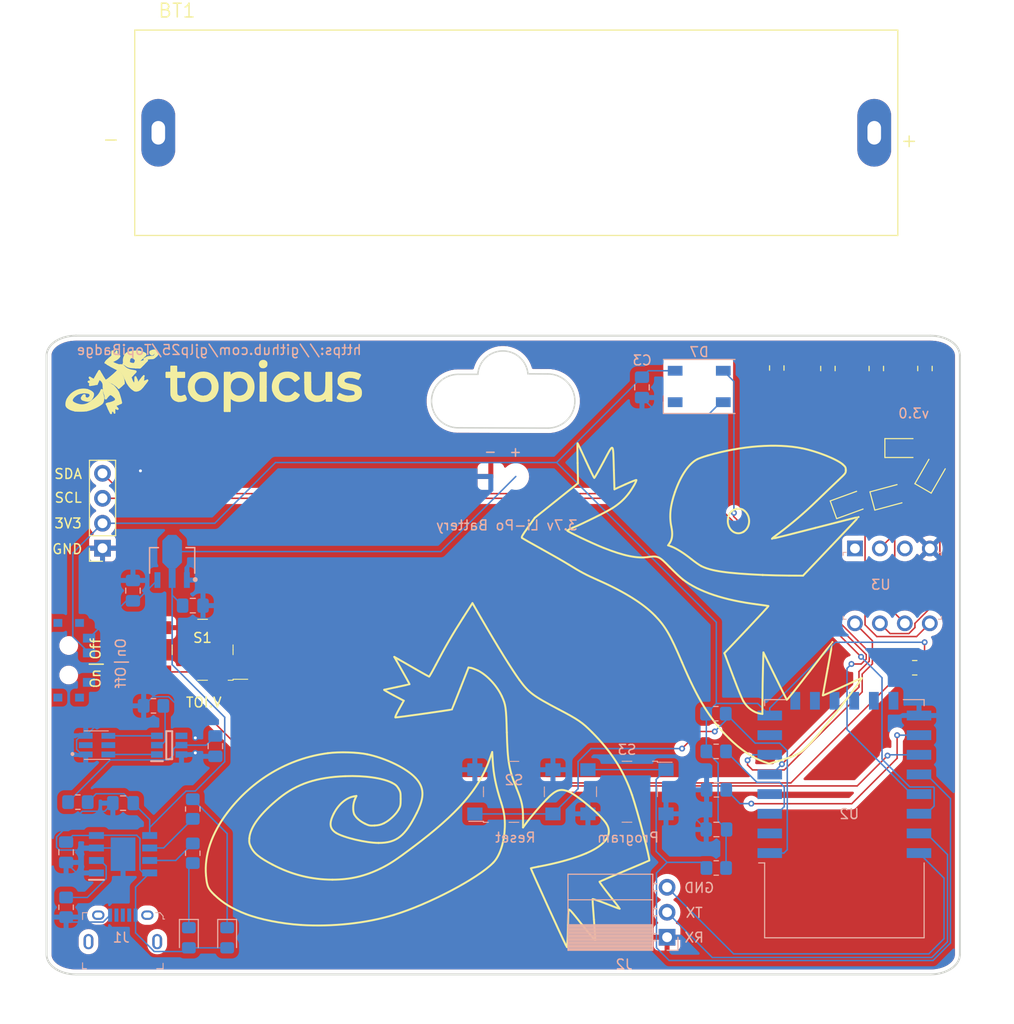
<source format=kicad_pcb>
(kicad_pcb (version 20211014) (generator pcbnew)
  (title_block (title "TopiBadge") (date "2022-02-14") (rev "v2.2") (comment 1 "Numerous circuitry fixes") (comment 2 "creativecommons.org/licenses/by/4.0") (comment 3 "License: CC BY 4.0") (comment 4 "Author: Robert Postma"))
  (layers (0 "F.Cu" signal "Top") (31 "B.Cu" signal "Bottom") (34 "B.Paste" user) (35 "F.Paste" user) (36 "B.SilkS" user "B.Silkscreen") (37 "F.SilkS" user "F.Silkscreen") (38 "B.Mask" user) (39 "F.Mask" user) (44 "Edge.Cuts" user))
  (net 0 "")
  (net 1 "GND")
  (net 2 "Net-(D1-Pad1)")
  (net 3 "Net-(D2-Pad1)")
  (net 4 "Net-(D3-Pad1)")
  (net 5 "Net-(D4-Pad1)")
  (net 6 "Net-(D5-Pad1)")
  (net 7 "+3V3")
  (net 8 "Net-(C2-Pad2)")
  (net 9 "Net-(C4-Pad1)")
  (net 10 "Net-(D1-Pad2)")
  (net 11 "Net-(D2-Pad2)")
  (net 12 "Net-(D3-Pad2)")
  (net 13 "Net-(D4-Pad2)")
  (net 17 "/RX")
  (net 18 "/TX")
  (net 19 "/SCL")
  (net 20 "/SDA")
  (net 22 "/BTN")
  (net 23 "Net-(R4-Pad2)")
  (net 24 "Net-(R6-Pad2)")
  (net 25 "Net-(R8-Pad1)")
  (net 27 "Net-(J4-Pad7)")
  (net 28 "Net-(J4-Pad2)")
  (net 29 "Net-(J4-Pad6)")
  (net 30 "Net-(R9-Pad2)")
  (net 32 "/NP")
  (net 33 "/LC")
  (net 41 "/Batt+")
  (net 42 "Net-(D6-Pad1)")
  (net 49 "Net-(IC1-Pad1)")
  (net 50 "Net-(IC1-Pad2)")
  (net 51 "Net-(IC1-Pad3)")
  (net 53 "Net-(C6-Pad2)")
  (footprint "LED_SMD:LED_0805_2012Metric_Pad1.15x1.40mm_HandSolder" (layer "F.Cu") (at 187.8838 78.5114 20)
    (fp_text reference "D1" hide)
    (fp_text value "LED")
  )
  (footprint "LED_SMD:LED_0805_2012Metric_Pad1.15x1.40mm_HandSolder" (layer "F.Cu") (at 191.89584 77.76972 15)
    (fp_text reference "D2" hide)
    (fp_text value "LED")
  )
  (footprint "LED_SMD:LED_0805_2012Metric_Pad1.15x1.40mm_HandSolder" (layer "F.Cu") (at 196.1896 75.3618 60)
    (fp_text reference "D3" hide)
    (fp_text value "LED")
  )
  (footprint "LED_SMD:LED_0805_2012Metric_Pad1.15x1.40mm_HandSolder" (layer "F.Cu") (at 193.23304 72.86498)
    (fp_text reference "D4" hide)
    (fp_text value "LED")
  )
  (footprint "Resistor_SMD:R_0805_2012Metric_Pad1.20x1.40mm_HandSolder" (layer "F.Cu") (at 180.3654 64.7192 90)
    (fp_text reference "R1" hide)
    (fp_text value "330R")
  )
  (footprint "Resistor_SMD:R_0805_2012Metric_Pad1.20x1.40mm_HandSolder" (layer "F.Cu") (at 185.5724 64.77 90)
    (fp_text reference "R3" hide)
    (fp_text value "330R")
  )
  (footprint "Resistor_SMD:R_0805_2012Metric_Pad1.20x1.40mm_HandSolder" (layer "F.Cu") (at 195.453 64.77 90)
    (fp_text reference "R5" hide)
    (fp_text value "330R")
  )
  (footprint "Resistor_SMD:R_0805_2012Metric_Pad1.20x1.40mm_HandSolder" (layer "F.Cu") (at 190.5 64.77 90)
    (fp_text reference "R7" hide)
    (fp_text value "330R")
  )
  (footprint "user-footprints:BAT_BH-18650-PC" (layer "F.Cu") (at 153.84 40.78)
    (fp_text reference "BT1")
    (fp_text value "BH-18650-PC")
  )
  (footprint "Connector_PinSocket_2.54mm:PinSocket_1x04_P2.54mm_Vertical" (layer "F.Cu") (at 111.7092 83.058 180)
    (fp_text reference "J3" hide)
    (fp_text value "128x32 I2C OLED" hide)
  )
  (footprint "digikey-footprints:Switch_Tactile_SMD_6x6mm_PTS645" (layer "F.Cu") (at 121.9 93.3958 180)
    (fp_text reference "S1")
    (fp_text value "PTS645SM43SMTR92_LFS" hide)
  )
  (footprint "Resistor_SMD:R_0805_2012Metric_Pad1.20x1.40mm_HandSolder" (layer "F.Cu") (at 194.4116 95.2246)
    (fp_text reference "R2" hide)
    (fp_text value "10k")
  )
  (footprint "digikey-footprints:USB_Micro_B_Female_10118194-0001LF" (layer "B.Cu") (at 113.77676 120.39854 180)
    (fp_text reference "J1")
    (fp_text value "Micro USB Chargeport")
  )
  (footprint "Resistor_SMD:R_0805_2012Metric_Pad1.20x1.40mm_HandSolder" (layer "B.Cu") (at 174.2186 107.6452 180)
    (fp_text reference "R8" hide)
    (fp_text value "10k")
  )
  (footprint "Capacitor_SMD:C_0805_2012Metric_Pad1.18x1.45mm_HandSolder" (layer "B.Cu") (at 114.808 87.376 -90)
    (fp_text reference "C6" hide)
    (fp_text value "47uF" hide)
  )
  (footprint "Resistor_SMD:R_0805_2012Metric_Pad1.20x1.40mm_HandSolder" (layer "B.Cu") (at 109.2 108.9 180)
    (fp_text reference "R14" hide)
    (fp_text value "100R")
  )
  (footprint "user-footprints:MK12C02" (layer "B.Cu") (at 108.264 94.4626 90)
    (fp_text reference "J5" hide)
    (fp_text value "MK-12C02" hide)
  )
  (footprint "Resistor_SMD:R_0805_2012Metric_Pad1.20x1.40mm_HandSolder" (layer "B.Cu") (at 120.9 114.1 90)
    (fp_text reference "R10" hide)
    (fp_text value "1k")
  )
  (footprint "Custom:SOIC127P600X175-9N" (layer "B.Cu") (at 113.8 114.2)
    (fp_text reference "J4" hide)
    (fp_text value "TP4056" hide)
  )
  (footprint "user-footprints:FS8205" (layer "B.Cu") (at 110.5 103.1)
    (fp_text reference "Q1" hide)
    (fp_text value "FS8205" hide)
  )
  (footprint "digikey-footprints:DIP-8_W7.62mm" (layer "B.Cu") (at 188.3256 83.0834 -90)
    (fp_text reference "U3")
    (fp_text value "ATTINY85-20PU")
  )
  (footprint "Resistor_SMD:R_0805_2012Metric_Pad1.20x1.40mm_HandSolder" (layer "B.Cu") (at 116.9 99.1 180)
    (fp_text reference "R13" hide)
    (fp_text value "1k")
  )
  (footprint "Custom:Holtek-HT7333-SOT89-Level_A" (layer "B.Cu") (at 118.8 84.299998 90)
    (fp_text reference "U1" hide)
    (fp_text value "HT7333-SOT89" hide)
  )
  (footprint "RF_Module:ESP-12E" (layer "B.Cu") (at 187.2488 110.5844)
    (fp_text reference "U2")
    (fp_text value "ESP-12E")
  )
  (footprint "user-footprints:LED_SK6812_PLCC4_5.0x5.0mm_P3.2mm_mirror" (layer "B.Cu") (at 172.466 66.5988 180)
    (fp_text reference "D7")
    (fp_text value "Neopixel")
  )
  (footprint "Capacitor_SMD:C_0805_2012Metric_Pad1.18x1.45mm_HandSolder" (layer "B.Cu") (at 123.2 103.2 -90)
    (fp_text reference "C4" hide)
    (fp_text value "100nF / 0.1uF")
  )
  (footprint "Capacitor_SMD:C_0805_2012Metric_Pad1.18x1.45mm_HandSolder" (layer "B.Cu") (at 120.904 88.9 180)
    (fp_text reference "C7" hide)
    (fp_text value "10uF" hide)
  )
  (footprint "Resistor_SMD:R_0805_2012Metric_Pad1.20x1.40mm_HandSolder" (layer "B.Cu") (at 174.2 115.6 180)
    (fp_text reference "R9" hide)
    (fp_text value "10k")
  )
  (footprint "LED_SMD:LED_0805_2012Metric_Pad1.15x1.40mm_HandSolder" (layer "B.Cu") (at 120.5 122.7 -90)
    (fp_text reference "D5" hide)
    (fp_text value "R-LED")
  )
  (footprint "Capacitor_SMD:C_0805_2012Metric_Pad1.18x1.45mm_HandSolder" (layer "B.Cu") (at 113.8 109 180)
    (fp_text reference "C5" hide)
    (fp_text value "10uF")
  )
  (footprint "Resistor_SMD:R_0805_2012Metric_Pad1.20x1.40mm_HandSolder" (layer "B.Cu") (at 120.9 109.6 90)
    (fp_text reference "R12" hide)
    (fp_text value "1k")
  )
  (footprint "user-footprints:SOT95P280X135-6N" (layer "B.Cu") (at 118.5 103.1)
    (fp_text reference "IC1" hide)
    (fp_text value "DW01A-G" hide)
  )
  (footprint "Capacitor_SMD:C_0805_2012Metric_Pad1.18x1.45mm_HandSolder" (layer "B.Cu") (at 108 114 90)
    (fp_text reference "C2" hide)
    (fp_text value "100nF / 0.1uF")
  )
  (footprint "digikey-footprints:Switch_Tactile_SMD_6x6mm_PTS645" (layer "B.Cu") (at 153.6 107.85)
    (fp_text reference "S2")
    (fp_text value "PTS645SM43SMTR92_LFS" hide)
  )
  (footprint "LED_SMD:LED_0805_2012Metric_Pad1.15x1.40mm_HandSolder" (layer "B.Cu") (at 124.4 122.7 -90)
    (fp_text reference "D6" hide)
    (fp_text value "G-LED")
  )
  (footprint "Connector_PinSocket_2.54mm:PinSocket_1x03_P2.54mm_Horizontal" (layer "B.Cu") (at 169.1952 122.6458)
    (fp_text reference "J2")
    (fp_text value "Conn_01x03")
  )
  (footprint "Resistor_SMD:R_0805_2012Metric_Pad1.20x1.40mm_HandSolder" (layer "B.Cu") (at 174.1932 103.7336)
    (fp_text reference "R4" hide)
    (fp_text value "10k")
  )
  (footprint "Resistor_SMD:R_0805_2012Metric_Pad1.20x1.40mm_HandSolder" (layer "B.Cu") (at 174.1678 99.8982)
    (fp_text reference "R6" hide)
    (fp_text value "10k")
  )
  (footprint "Capacitor_SMD:C_0805_2012Metric_Pad1.18x1.45mm_HandSolder" (layer "B.Cu") (at 174.2186 111.6838 180)
    (fp_text reference "C1" hide)
    (fp_text value "100nF / 0.1uF")
  )
  (footprint "Capacitor_SMD:C_0805_2012Metric_Pad1.18x1.45mm_HandSolder" (layer "B.Cu") (at 166.64 66.69 90)
    (fp_text reference "C3")
    (fp_text value "100nF / 0.1uF")
  )
  (footprint "digikey-footprints:Switch_Tactile_SMD_6x6mm_PTS645" (layer "B.Cu") (at 165.11 107.84 180)
    (fp_text reference "S3")
    (fp_text value "PTS645SM43SMTR92_LFS")
  )
  (footprint "Resistor_SMD:R_0805_2012Metric_Pad1.20x1.40mm_HandSolder" (layer "B.Cu") (at 108 119.6 90)
    (fp_text reference "R11" hide)
    (fp_text value "5k")
  )
  (gr_curve (pts (xy 110.392413 66.182059) (xy 110.332873 66.1536) (xy 110.287487 66.12493) (xy 110.291556 66.118347)) (layer "F.SilkS") (width 0.2))
  (gr_line (start 124.649944 65.420474) (end 124.649944 65.638501) (layer "F.SilkS") (width 0.2))
  (gr_curve (pts (xy 127.884374 64.602273) (xy 127.704333 64.494355) (xy 127.668844 64.260334) (xy 127.808412 64.101372)) (layer "F.SilkS") (width 0.2))
  (gr_curve (pts (xy 126.804665 113.433072) (xy 127.104305 114.087614) (xy 127.655013 114.541672) (xy 129.015779 115.256203)) (layer "F.SilkS") (width 0.2))
  (gr_curve (pts (xy 113.627906 66.518252) (xy 113.393305 66.734993) (xy 113.349813 66.767984) (xy 113.349813 66.729183)) (layer "F.SilkS") (width 0.2))
  (gr_curve (pts (xy 149.918191 95.499039) (xy 149.631362 95.359613) (xy 149.302434 95.236324) (xy 149.187219 95.225061)) (layer "F.SilkS") (width 0.2))
  (gr_curve (pts (xy 124.405241 109.985659) (xy 126.961918 106.611369) (xy 130.607333 104.453572) (xy 134.657046 103.917397)) (layer "F.SilkS") (width 0.2))
  (gr_curve (pts (xy 121.737352 68.072177) (xy 121.350131 68.018779) (xy 120.974637 67.800836) (xy 120.765915 67.508339)) (layer "F.SilkS") (width 0.2))
  (gr_line (start 124.762048 67.725337) (end 124.667881 67.635111) (layer "F.SilkS") (width 0.2))
  (gr_curve (pts (xy 152.8771 101.800669) (xy 152.80941 99.266015) (xy 152.770404 98.986769) (xy 152.361039 98.107348)) (layer "F.SilkS") (width 0.2))
  (gr_line (start 180.368377 104.760676) (end 179.57023 104.974523) (layer "F.SilkS") (width 0.2))
  (gr_curve (pts (xy 150.257804 90.167489) (xy 151.909042 93.019112) (xy 153.388345 95.403809) (xy 154.166202 96.467992)) (layer "F.SilkS") (width 0.2))
  (gr_line (start 119.213509 65.633961) (end 119.218906 66.490439) (layer "F.SilkS") (width 0.2))
  (gr_line (start 121.737352 68.072177) (end 121.737352 68.072177) (layer "F.SilkS") (width 0.2))
  (gr_curve (pts (xy 132.930713 67.215678) (xy 133.061097 67.490895) (xy 133.281734 67.62343) (xy 133.611394 67.624562)) (layer "F.SilkS") (width 0.2))
  (gr_curve (pts (xy 177.092867 79.26751) (xy 176.884728 79.084732) (xy 176.774479 79.044215) (xy 176.4855 79.044215)) (layer "F.SilkS") (width 0.2))
  (gr_line (start 124.667881 69.095728) (end 124.407717 69.095728) (layer "F.SilkS") (width 0.2))
  (gr_curve (pts (xy 131.912861 121.398741) (xy 129.938946 121.272353) (xy 127.715752 120.83046) (xy 126.296985 120.282529)) (layer "F.SilkS") (width 0.2))
  (gr_curve (pts (xy 133.611394 67.624562) (xy 134.023911 67.625885) (xy 134.295562 67.451173) (xy 134.439665 67.09157)) (layer "F.SilkS") (width 0.2))
  (gr_curve (pts (xy 162.729519 74.246823) (xy 163.784869 72.26906) (xy 163.69376 72.194637) (xy 163.778021 75.103309)) (layer "F.SilkS") (width 0.2))
  (gr_curve (pts (xy 116.23763 63.947781) (xy 116.23763 63.956116) (xy 116.231571 63.965614) (xy 116.224189 63.968895)) (layer "F.SilkS") (width 0.2))
  (gr_curve (pts (xy 136.815764 65.191035) (xy 137.082173 65.179764) (xy 137.299169 65.200958) (xy 137.526938 65.260499)) (layer "F.SilkS") (width 0.2))
  (gr_curve (pts (xy 113.006301 68.582868) (xy 113.014662 68.588027) (xy 113.071862 68.657353) (xy 113.133399 68.7369)) (layer "F.SilkS") (width 0.2))
  (gr_curve (pts (xy 153.865764 107.476714) (xy 153.10016 105.619076) (xy 152.957143 104.798004) (xy 152.8771 101.800669)) (layer "F.SilkS") (width 0.2))
  (gr_curve (pts (xy 116.965647 63.653289) (xy 116.860674 63.722988) (xy 116.85893 63.72342) (xy 116.669922 63.726489)) (layer "F.SilkS") (width 0.2))
  (gr_curve (pts (xy 112.184121 65.940756) (xy 112.319675 65.852036) (xy 112.882468 65.385144) (xy 113.035495 65.234458)) (layer "F.SilkS") (width 0.2))
  (gr_curve (pts (xy 138.417812 111.08439) (xy 138.824145 111.284479) (xy 138.928577 111.305228) (xy 139.40722 111.280926)) (layer "F.SilkS") (width 0.2))
  (gr_curve (pts (xy 111.412816 65.0722) (xy 111.429564 65.10001) (xy 111.514238 65.243838) (xy 111.600956 65.391817)) (layer "F.SilkS") (width 0.2))
  (gr_curve (pts (xy 115.910555 65.534253) (xy 115.913994 65.537692) (xy 115.89169 65.671399) (xy 115.860987 65.831401)) (layer "F.SilkS") (width 0.2))
  (gr_poly (pts (xy 119.2149 65.17386) (xy 119.99468 65.21704) (xy 120.00738 65.22974) (xy 120.05056 65.61328) (xy 119.24284 65.62598) (xy 119.18696 66.95694) (xy 119.24284 67.48272) (xy 119.56796 67.65036) (xy 120.05056 67.52336) (xy 120.16486 67.9069) (xy 119.75338 68.06184) (xy 119.1006 68.00596) (xy 118.74754 67.62242) (xy 118.73484 65.66916) (xy 118.237 65.66916) (xy 118.19636 65.21704) (xy 118.70436 65.22974) (xy 118.7196 64.60744) (xy 119.19966 64.55156)) (layer "F.SilkS") (width 0.1) (fill solid))
  (gr_line (start 132.856013 65.212511) (end 132.864983 66.15419) (layer "F.SilkS") (width 0.2))
  (gr_curve (pts (xy 116.933762 63.055526) (xy 116.841102 63.064416) (xy 116.752941 63.114841) (xy 116.74317 63.164508)) (layer "F.SilkS") (width 0.2))
  (gr_curve (pts (xy 131.500777 67.731952) (xy 131.24933 67.983398) (xy 130.784791 68.127596) (xy 130.38074 68.07962)) (layer "F.SilkS") (width 0.2))
  (gr_curve (pts (xy 111.127407 66.354369) (xy 111.118014 66.36482) (xy 110.488906 66.459051) (xy 110.428608 66.459051)) (layer "F.SilkS") (width 0.2))
  (gr_curve (pts (xy 112.130125 68.381747) (xy 112.130125 68.372672) (xy 112.200399 68.351296) (xy 112.286288 68.334239)) (layer "F.SilkS") (width 0.2))
  (gr_curve (pts (xy 162.991963 119.236536) (xy 162.246243 118.943169) (xy 161.625074 118.734173) (xy 161.611592 118.772101)) (layer "F.SilkS") (width 0.2))
  (gr_curve (pts (xy 126.296985 120.282529) (xy 124.924253 119.752382) (xy 123.991337 119.183851) (xy 123.10294 118.336034)) (layer "F.SilkS") (width 0.2))
  (gr_curve (pts (xy 165.290232 77.48025) (xy 164.84562 78.06613) (xy 164.36054 78.506294) (xy 163.651527 78.967204)) (layer "F.SilkS") (width 0.2))
  (gr_curve (pts (xy 159.035235 81.266634) (xy 159.033735 81.358964) (xy 161.57902 82.568356) (xy 162.740676 83.027274)) (layer "F.SilkS") (width 0.2))
  (gr_curve (pts (xy 184.727386 101.856445) (xy 184.235639 102.4304) (xy 183.578633 103.137142) (xy 183.26737 103.426982)) (layer "F.SilkS") (width 0.2))
  (gr_curve (pts (xy 115.806414 65.65721) (xy 115.86026 65.586153) (xy 115.907123 65.530821) (xy 115.910555 65.534253)) (layer "F.SilkS") (width 0.2))
  (gr_line (start 112.441305 63.726399) (end 112.713069 63.505366) (layer "F.SilkS") (width 0.2))
  (gr_curve (pts (xy 112.708095 63.256231) (xy 112.705264 63.11474) (xy 112.709947 63.014675) (xy 112.718651 63.024636)) (layer "F.SilkS") (width 0.2))
  (gr_line (start 113.214431 65.058262) (end 113.286612 65.090472) (layer "F.SilkS") (width 0.2))
  (gr_curve (pts (xy 113.349823 66.729183) (xy 113.349823 66.693618) (xy 113.010852 66.375988) (xy 112.920486 66.326876)) (layer "F.SilkS") (width 0.2))
  (gr_line (start 178.895765 99.928103) (end 178.905165 98.372529) (layer "F.SilkS") (width 0.2))
  (gr_curve (pts (xy 154.526981 110.487063) (xy 154.526981 109.341469) (xy 154.404524 108.783939) (xy 153.865764 107.476714)) (layer "F.SilkS") (width 0.2))
  (gr_line (start 175.029138 93.738796) (end 175.15836 94.068598) (layer "F.SilkS") (width 0.2))
  (gr_curve (pts (xy 109.94479 67.739114) (xy 109.978683 67.773004) (xy 110.040047 67.810813) (xy 110.081159 67.82313)) (layer "F.SilkS") (width 0.2))
  (gr_line (start 119.21513 64.889587) (end 119.21513 65.203481) (layer "F.SilkS") (width 0.2))
  (gr_line (start 111.303334 65.150404) (end 111.382346 65.021635) (layer "F.SilkS") (width 0.2))
  (gr_curve (pts (xy 137.400176 108.626873) (xy 137.200276 109.074317) (xy 137.178317 109.830865) (xy 137.355726 110.160141)) (layer "F.SilkS") (width 0.2))
  (gr_curve (pts (xy 115.098267 64.664466) (xy 114.479113 64.64031) (xy 114.316992 64.605647) (xy 114.139039 64.459322)) (layer "F.SilkS") (width 0.2))
  (gr_line (start 134.5331 67.84744) (end 134.5331 67.639395) (layer "F.SilkS") (width 0.2))
  (gr_curve (pts (xy 124.704086 66.935659) (xy 124.840344 67.468424) (xy 125.384283 67.756121) (xy 125.935114 67.586772)) (layer "F.SilkS") (width 0.2))
  (gr_curve (pts (xy 159.170766 119.876796) (xy 159.143926 119.971966) (xy 159.115316 120.659971) (xy 159.106926 121.405694)) (layer "F.SilkS") (width 0.2))
  (gr_curve (pts (xy 158.870902 123.411785) (xy 158.567784 122.852634) (xy 155.293549 115.667597) (xy 155.326725 115.63442)) (layer "F.SilkS") (width 0.2))
  (gr_curve (pts (xy 113.188406 64.380206) (xy 113.338793 64.432405) (xy 113.381399 64.439462) (xy 113.551198 64.440295)) (layer "F.SilkS") (width 0.2))
  (gr_curve (pts (xy 170.723644 94.69157) (xy 169.524612 91.877231) (xy 169.040258 91.038214) (xy 167.980286 89.939426)) (layer "F.SilkS") (width 0.2))
  (gr_curve (pts (xy 129.589461 66.889624) (xy 129.706521 67.354867) (xy 130.056363 67.6296) (xy 130.533204 67.630746)) (layer "F.SilkS") (width 0.2))
  (gr_curve (pts (xy 130.38074 68.07962) (xy 129.782961 68.008642) (xy 129.346385 67.69156) (xy 129.149779 67.185581)) (layer "F.SilkS") (width 0.2))
  (gr_curve (pts (xy 119.419648 68.074558) (xy 119.056814 68.016797) (xy 118.825632 67.81702) (xy 118.739658 67.486945)) (layer "F.SilkS") (width 0.2))
  (gr_curve (pts (xy 110.723253 67.304334) (xy 110.766216 67.387416) (xy 110.755381 67.512702) (xy 110.693977 67.642888)) (layer "F.SilkS") (width 0.2))
  (gr_curve (pts (xy 156.083417 115.465778) (xy 157.991825 115.116739) (xy 159.724459 114.633522) (xy 160.953202 114.107597)) (layer "F.SilkS") (width 0.2))
  (gr_line (start 114.96842 66.983503) (end 114.968407 66.983384) (layer "F.SilkS") (width 0.2))
  (gr_curve (pts (xy 112.224293 64.316409) (xy 112.103445 64.249621) (xy 112.004567 64.191296) (xy 112.004567 64.186798)) (layer "F.SilkS") (width 0.2))
  (gr_line (start 137.285013 108.320131) (end 137.559294 108.270691) (layer "F.SilkS") (width 0.2))
  (gr_curve (pts (xy 113.883028 64.577929) (xy 114.052761 64.74418) (xy 114.149905 64.810879) (xy 114.323625 64.88044)) (layer "F.SilkS") (width 0.2))
  (gr_line (start 157.928401 78.201392) (end 160.127901 76.442441) (layer "F.SilkS") (width 0.2))
  (gr_curve (pts (xy 112.592612 69.077964) (xy 112.585547 69.19133) (xy 112.577478 69.299709) (xy 112.574673 69.318804)) (layer "F.SilkS") (width 0.2))
  (gr_curve (pts (xy 112.822286 63.243431) (xy 112.870742 63.354119) (xy 112.914425 63.444916) (xy 112.919357 63.445202)) (layer "F.SilkS") (width 0.2))
  (gr_line (start 134.75731 65.212511) (end 135.008424 65.212511) (layer "F.SilkS") (width 0.2))
  (gr_curve (pts (xy 180.172363 96.046271) (xy 180.813972 97.356951) (xy 181.359967 98.454231) (xy 181.385679 98.484664)) (layer "F.SilkS") (width 0.2))
  (gr_curve (pts (xy 122.362112 65.704679) (xy 122.22255 65.644722) (xy 122.214218 65.64342) (xy 121.968418 65.643224)) (layer "F.SilkS") (width 0.2))
  (gr_curve (pts (xy 144.964379 96.120755) (xy 144.996879 96.120755) (xy 145.30276 95.584822) (xy 145.644354 94.929796)) (layer "F.SilkS") (width 0.2))
  (gr_curve (pts (xy 117.118942 63.195555) (xy 117.08385 63.078434) (xy 117.040051 63.045313) (xy 116.933762 63.055526)) (layer "F.SilkS") (width 0.2))
  (gr_line (start 120.022285 65.633961) (end 119.617895 65.633961) (layer "F.SilkS") (width 0.2))
  (gr_line (start 118.470757 65.633961) (end 118.228612 65.633961) (layer "F.SilkS") (width 0.2))
  (gr_curve (pts (xy 185.551448 95.296194) (xy 185.277432 96.777561) (xy 185.052992 98.011981) (xy 185.052709 98.039349)) (layer "F.SilkS") (width 0.2))
  (gr_curve (pts (xy 112.928278 69.271653) (xy 112.925527 69.274669) (xy 112.851761 69.185965) (xy 112.764358 69.074504)) (layer "F.SilkS") (width 0.2))
  (gr_curve (pts (xy 143.596549 95.365761) (xy 144.316451 95.781006) (xy 144.931977 96.120755) (xy 144.964379 96.120755)) (layer "F.SilkS") (width 0.2))
  (gr_curve (pts (xy 120.640383 65.965883) (xy 120.782332 65.675022) (xy 120.974237 65.482783) (xy 121.268885 65.336291)) (layer "F.SilkS") (width 0.2))
  (gr_line (start 124.156684 65.212448) (end 124.403316 65.207447) (layer "F.SilkS") (width 0.2))
  (gr_curve (pts (xy 183.727285 95.5714) (xy 184.989459 93.938671) (xy 186.028337 92.6028) (xy 186.035911 92.6028)) (layer "F.SilkS") (width 0.2))
  (gr_curve (pts (xy 109.800087 67.500581) (xy 109.897615 67.445768) (xy 109.903761 67.450398) (xy 109.892868 67.570508)) (layer "F.SilkS") (width 0.2))
  (gr_curve (pts (xy 178.405904 88.780305) (xy 179.000099 88.856085) (xy 179.499514 88.931297) (xy 179.515713 88.947511)) (layer "F.SilkS") (width 0.2))
  (gr_curve (pts (xy 123.404219 66.97034) (xy 123.368101 67.151183) (xy 123.230629 67.435843) (xy 123.112106 67.575215)) (layer "F.SilkS") (width 0.2))
  (gr_curve (pts (xy 137.355726 110.160141) (xy 137.545119 110.511713) (xy 137.923521 110.841004) (xy 138.417812 111.08439)) (layer "F.SilkS") (width 0.2))
  (gr_curve (pts (xy 113.282847 68.408282) (xy 113.018755 68.518124) (xy 112.960772 68.554729) (xy 113.006301 68.582868)) (layer "F.SilkS") (width 0.2))
  (gr_curve (pts (xy 136.465924 66.311895) (xy 136.546386 66.346355) (xy 136.793526 66.404351) (xy 137.133915 66.46865)) (layer "F.SilkS") (width 0.2))
  (gr_curve (pts (xy 122.120688 67.62443) (xy 122.487088 67.576887) (xy 122.802591 67.28428) (xy 122.893645 66.907562)) (layer "F.SilkS") (width 0.2))
  (gr_line (start 136.613749 68.078752) (end 136.613749 68.078752) (layer "F.SilkS") (width 0.2))
  (gr_line (start 124.407717 69.095728) (end 124.147556 69.095728) (layer "F.SilkS") (width 0.2))
  (gr_curve (pts (xy 133.344823 68.073746) (xy 133.05348 68.036982) (xy 132.742645 67.877996) (xy 132.599664 67.692616)) (layer "F.SilkS") (width 0.2))
  (gr_line (start 131.507143 65.910744) (end 131.324163 66.030201) (layer "F.SilkS") (width 0.2))
  (gr_curve (pts (xy 111.746691 67.541912) (xy 111.788781 67.668293) (xy 111.792874 67.702858) (xy 111.784947 67.86496)) (layer "F.SilkS") (width 0.2))
  (gr_line (start 155.02795 80.938768) (end 155.728897 79.960346) (layer "F.SilkS") (width 0.2))
  (gr_curve (pts (xy 116.278857 65.975692) (xy 116.300446 65.974633) (xy 115.94204 66.44089) (xy 115.74646 66.668416)) (layer "F.SilkS") (width 0.2))
  (gr_curve (pts (xy 152.301771 108.942853) (xy 152.641891 109.995765) (xy 152.73639 110.80017) (xy 152.646615 111.877993)) (layer "F.SilkS") (width 0.2))
  (gr_poly (pts (xy 128.43256 64.16802) (xy 128.38938 64.43726) (xy 128.17856 64.63538) (xy 127.78232 64.56426) (xy 127.7239 64.32296) (xy 127.92202 64.05372) (xy 127.92202 64.02578) (xy 128.2192 63.99784)) (layer "F.SilkS") (width 0.1) (fill solid))
  (gr_curve (pts (xy 110.081159 67.82313) (xy 110.145133 67.842286) (xy 110.167477 67.841095) (xy 110.236197 67.814875)) (layer "F.SilkS") (width 0.2))
  (gr_curve (pts (xy 115.202376 65.953131) (xy 115.279145 66.113106) (xy 115.345031 66.243995) (xy 115.348786 66.243995)) (layer "F.SilkS") (width 0.2))
  (gr_line (start 128.326974 66.629033) (end 128.326974 68.055495) (layer "F.SilkS") (width 0.2))
  (gr_curve (pts (xy 136.456081 65.707272) (xy 136.162399 65.851176) (xy 136.16782 66.184226) (xy 136.465924 66.311895)) (layer "F.SilkS") (width 0.2))
  (gr_line (start 118.712903 65.203481) (end 118.712903 64.889587) (layer "F.SilkS") (width 0.2))
  (gr_curve (pts (xy 114.224311 66.18948) (xy 114.188706 66.12503) (xy 114.099788 65.934409) (xy 114.026718 65.76588)) (layer "F.SilkS") (width 0.2))
  (gr_line (start 134.439665 67.09157) (end 134.488258 66.970311) (layer "F.SilkS") (width 0.2))
  (gr_line (start 178.657579 99.884263) (end 178.895765 99.928103) (layer "F.SilkS") (width 0.2))
  (gr_curve (pts (xy 159.169662 107.825776) (xy 158.32891 107.474469) (xy 157.8523 107.644397) (xy 156.898283 108.635457)) (layer "F.SilkS") (width 0.2))
  (gr_line (start 111.382346 65.021635) (end 111.412816 65.0722) (layer "F.SilkS") (width 0.2))
  (gr_curve (pts (xy 137.941069 65.436584) (xy 137.941069 65.447538) (xy 137.748847 65.809417) (xy 137.732342 65.829528)) (layer "F.SilkS") (width 0.2))
  (gr_curve (pts (xy 108.145252 67.921465) (xy 108.23356 67.738524) (xy 108.341576 67.595953) (xy 108.523668 67.421981)) (layer "F.SilkS") (width 0.2))
  (gr_curve (pts (xy 135.783447 66.338068) (xy 135.750533 66.266315) (xy 135.744318 66.220132) (xy 135.74409 66.045714)) (layer "F.SilkS") (width 0.2))
  (gr_line (start 120.022285 65.203481) (end 120.022285 65.41872) (layer "F.SilkS") (width 0.2))
  (gr_curve (pts (xy 186.035911 92.6028) (xy 186.043511 92.6028) (xy 185.825467 93.814827) (xy 185.551448 95.296194)) (layer "F.SilkS") (width 0.2))
  (gr_curve (pts (xy 116.74317 63.164508) (xy 116.734623 63.207924) (xy 116.815324 63.220857) (xy 116.881438 63.18668)) (layer "F.SilkS") (width 0.2))
  (gr_curve (pts (xy 114.569532 65.660663) (xy 114.569532 65.697014) (xy 114.767591 66.212377) (xy 114.805426 66.27448)) (layer "F.SilkS") (width 0.2))
  (gr_curve (pts (xy 109.892868 67.570508) (xy 109.883502 67.673915) (xy 109.885222 67.679548) (xy 109.94479 67.739114)) (layer "F.SilkS") (width 0.2))
  (gr_curve (pts (xy 186.617968 76.149286) (xy 186.187835 76.552376) (xy 185.206065 77.494325) (xy 184.436262 78.242506)) (layer "F.SilkS") (width 0.2))
  (gr_curve (pts (xy 151.500012 115.0539) (xy 149.927611 116.671947) (xy 144.939066 119.29343) (xy 141.371581 120.376401)) (layer "F.SilkS") (width 0.2))
  (gr_curve (pts (xy 113.884816 64.22861) (xy 113.907518 64.183118) (xy 113.908444 64.154635) (xy 113.890769 64.047841)) (layer "F.SilkS") (width 0.2))
  (gr_line (start 128.066783 68.055495) (end 127.806592 68.055495) (layer "F.SilkS") (width 0.2))
  (gr_curve (pts (xy 129.015779 115.256203) (xy 130.962206 116.278263) (xy 132.988682 116.787082) (xy 135.116315 116.78797)) (layer "F.SilkS") (width 0.2))
  (gr_line (start 115.051336 65.832057) (end 115.062792 65.662263) (layer "F.SilkS") (width 0.2))
  (gr_curve (pts (xy 113.149579 68.843956) (xy 112.963955 68.771082) (xy 112.913652 68.754665) (xy 112.904386 68.76393)) (layer "F.SilkS") (width 0.2))
  (gr_curve (pts (xy 137.491645 67.402887) (xy 137.565578 67.250161) (xy 137.526501 67.105257) (xy 137.387854 67.018021)) (layer "F.SilkS") (width 0.2))
  (gr_line (start 112.713069 63.505366) (end 112.708095 63.256231) (layer "F.SilkS") (width 0.2))
  (gr_poly (pts (xy 128.34874 68.07708) (xy 127.76708 68.08978) (xy 127.76708 65.2018) (xy 128.36144 65.17386)) (layer "F.SilkS") (width 0.1) (fill solid))
  (gr_curve (pts (xy 181.385679 98.484664) (xy 181.411379 98.515274) (xy 182.465116 97.20413) (xy 183.727285 95.5714)) (layer "F.SilkS") (width 0.2))
  (gr_curve (pts (xy 112.993419 64.73879) (xy 112.868821 64.682074) (xy 112.694236 64.591155) (xy 112.605449 64.536754)) (layer "F.SilkS") (width 0.2))
  (gr_line (start 124.147556 69.095728) (end 124.152132 67.154099) (layer "F.SilkS") (width 0.2))
  (gr_curve (pts (xy 172.666163 84.870142) (xy 172.484783 84.778222) (xy 172.042352 84.467614) (xy 171.683013 84.179921)) (layer "F.SilkS") (width 0.2))
  (gr_line (start 151.388981 103.799906) (end 151.437211 104.632525) (layer "F.SilkS") (width 0.2))
  (gr_poly (pts (xy 111.74476 65.67424) (xy 112.24006 66.21018) (xy 112.8776 66.59372) (xy 113.32972 67.31508) (xy 113.6269 68.2498) (xy 113.64214 68.2498) (xy 113.03254 68.47586) (xy 113.04778 68.80352) (xy 112.5093 69.18452) (xy 112.15624 68.3768) (xy 113.04778 68.06692) (xy 113.01984 67.69862) (xy 112.45342 67.35826) (xy 112.014 67.82562) (xy 111.81588 66.2686) (xy 111.57458 65.95618) (xy 111.2774 65.87236) (xy 111.07928 66.35242) (xy 110.44174 66.43878) (xy 110.5408 66.0273) (xy 110.4138 65.70218) (xy 110.86592 65.88506) (xy 111.34852 64.99352)) (layer "F.SilkS") (width 0.1) (fill solid))
  (gr_curve (pts (xy 141.696697 97.183797) (xy 142.379416 97.040893) (xy 142.948704 96.913258) (xy 142.961785 96.900181)) (layer "F.SilkS") (width 0.2))
  (gr_curve (pts (xy 154.426986 82.009009) (xy 154.343986 81.932819) (xy 154.446266 81.750754) (xy 155.02795 80.938768)) (layer "F.SilkS") (width 0.2))
  (gr_curve (pts (xy 108.036257 68.485901) (xy 108.011439 68.311765) (xy 108.047846 68.123255) (xy 108.145252 67.921465)) (layer "F.SilkS") (width 0.2))
  (gr_curve (pts (xy 112.605449 64.536754) (xy 112.516661 64.482351) (xy 112.345142 64.383196) (xy 112.224293 64.316409)) (layer "F.SilkS") (width 0.2))
  (gr_curve (pts (xy 122.246269 116.37878) (xy 122.058804 114.32201) (xy 122.813977 112.085799) (xy 124.405241 109.985659)) (layer "F.SilkS") (width 0.2))
  (gr_curve (pts (xy 113.633787 65.123527) (xy 113.504758 65.007517) (xy 113.257783 64.859134) (xy 112.993419 64.73879)) (layer "F.SilkS") (width 0.2))
  (gr_curve (pts (xy 121.798013 67.623404) (xy 121.958734 67.644094) (xy 121.96882 67.644147) (xy 122.120683 67.624462)) (layer "F.SilkS") (width 0.2))
  (gr_curve (pts (xy 127.808412 64.101372) (xy 127.95261 63.93714) (xy 128.241212 63.953859) (xy 128.359976 64.133326)) (layer "F.SilkS") (width 0.2))
  (gr_curve (pts (xy 112.574673 69.318804) (xy 112.571869 69.337907) (xy 112.470697 69.138586) (xy 112.349849 68.875881)) (layer "F.SilkS") (width 0.2))
  (gr_curve (pts (xy 164.952418 76.556201) (xy 165.567136 76.277915) (xy 166.070085 76.081829) (xy 166.070085 76.120493)) (layer "F.SilkS") (width 0.2))
  (gr_curve (pts (xy 152.646615 111.877993) (xy 152.532284 113.250521) (xy 152.106558 114.429745) (xy 151.500012 115.0539)) (layer "F.SilkS") (width 0.2))
  (gr_line (start 132.864983 66.15419) (end 132.873952 67.095869) (layer "F.SilkS") (width 0.2))
  (gr_line (start 119.21513 64.575696) (end 119.21513 64.889587) (layer "F.SilkS") (width 0.2))
  (gr_curve (pts (xy 121.028763 66.383796) (xy 121.003098 66.506076) (xy 121.003151 66.753567) (xy 121.028906 66.875289)) (layer "F.SilkS") (width 0.2))
  (gr_curve (pts (xy 141.536956 100.28126) (xy 141.479736 100.26879) (xy 141.619956 99.948472) (xy 141.914379 99.418809)) (layer "F.SilkS") (width 0.2))
  (gr_line (start 119.419638 68.074558) (end 119.419638 68.074558) (layer "F.SilkS") (width 0.2))
  (gr_line (start 118.228612 65.41872) (end 118.228612 65.203481) (layer "F.SilkS") (width 0.2))
  (gr_curve (pts (xy 179.875404 82.100417) (xy 179.889014 82.114027) (xy 181.874918 81.615409) (xy 184.288615 80.992471)) (layer "F.SilkS") (width 0.2))
  (gr_line (start 124.649944 65.202446) (end 124.649944 65.420474) (layer "F.SilkS") (width 0.2))
  (gr_line (start 119.617895 65.633961) (end 119.213509 65.633961) (layer "F.SilkS") (width 0.2))
  (gr_curve (pts (xy 182.954782 72.891957) (xy 184.455043 73.194319) (xy 186.512947 74.011472) (xy 187.09229 74.534872)) (layer "F.SilkS") (width 0.2))
  (gr_curve (pts (xy 111.61514 68.324092) (xy 111.29892 68.602439) (xy 110.557174 68.944635) (xy 110.07637 69.033988)) (layer "F.SilkS") (width 0.2))
  (gr_line (start 158.995126 123.641028) (end 158.870902 123.411785) (layer "F.SilkS") (width 0.2))
  (gr_curve (pts (xy 131.696336 65.785678) (xy 131.692923 65.788748) (xy 131.607783 65.84504) (xy 131.507143 65.910744)) (layer "F.SilkS") (width 0.2))
  (gr_curve (pts (xy 129.67436 65.425181) (xy 129.947233 65.248659) (xy 130.238931 65.175885) (xy 130.61392 65.190779)) (layer "F.SilkS") (width 0.2))
  (gr_line (start 112.220396 66.020422) (end 112.140267 65.969458) (layer "F.SilkS") (width 0.2))
  (gr_curve (pts (xy 111.757158 66.201249) (xy 111.727212 66.137259) (xy 111.670046 66.049465) (xy 111.630121 66.006153)) (layer "F.SilkS") (width 0.2))
  (gr_line (start 137.559294 108.270691) (end 137.400176 108.626873) (layer "F.SilkS") (width 0.2))
  (gr_curve (pts (xy 125.582667 65.63785) (xy 125.398938 65.644888) (xy 125.360814 65.652297) (xy 125.233817 65.705793)) (layer "F.SilkS") (width 0.2))
  (gr_curve (pts (xy 125.930486 65.677525) (xy 125.801766 65.634265) (xy 125.770249 65.630672) (xy 125.582667 65.63785)) (layer "F.SilkS") (width 0.2))
  (gr_line (start 118.964017 64.575696) (end 119.21513 64.575696) (layer "F.SilkS") (width 0.2))
  (gr_line (start 185.877446 82.876584) (end 183.036624 85.852199) (layer "F.SilkS") (width 0.2))
  (gr_curve (pts (xy 130.533204 67.630746) (xy 130.826381 67.63154) (xy 131.022921 67.549275) (xy 131.212334 67.346792)) (layer "F.SilkS") (width 0.2))
  (gr_curve (pts (xy 120.065631 67.53684) (xy 120.069653 67.540888) (xy 120.106171 67.619787) (xy 120.146787 67.712145)) (layer "F.SilkS") (width 0.2))
  (gr_curve (pts (xy 113.367997 63.611538) (xy 113.259934 63.762448) (xy 113.129338 63.845554) (xy 112.650304 64.068251)) (layer "F.SilkS") (width 0.2))
  (gr_line (start 125.935114 67.586772) (end 125.935114 67.586772) (layer "F.SilkS") (width 0.2))
  (gr_curve (pts (xy 112.004567 64.186798) (xy 112.004567 64.1823) (xy 112.041688 64.1266) (xy 112.087054 64.063023)) (layer "F.SilkS") (width 0.2))
  (gr_curve (pts (xy 131.202219 65.906302) (xy 131.007596 65.708555) (xy 130.823261 65.634054) (xy 130.528626 65.634054)) (layer "F.SilkS") (width 0.2))
  (gr_curve (pts (xy 110.46189 66.360616) (xy 110.492864 66.306476) (xy 110.514261 66.255793) (xy 110.509438 66.24799)) (layer "F.SilkS") (width 0.2))
  (gr_curve (pts (xy 110.236197 67.814875) (xy 110.341512 67.774653) (xy 110.456402 67.658598) (xy 110.480873 67.567719)) (layer "F.SilkS") (width 0.2))
  (gr_curve (pts (xy 111.188841 67.62982) (xy 111.34653 67.470477) (xy 111.520729 67.21771) (xy 111.574204 67.070654)) (layer "F.SilkS") (width 0.2))
  (gr_curve (pts (xy 117.099696 62.974043) (xy 117.176311 63.038508) (xy 117.313852 63.229109) (xy 117.313852 63.270813)) (layer "F.SilkS") (width 0.2))
  (gr_curve (pts (xy 112.771185 66.539426) (xy 112.933512 66.663759) (xy 113.190589 66.98635) (xy 113.300746 67.203944)) (layer "F.SilkS") (width 0.2))
  (gr_curve (pts (xy 136.135036 66.680021) (xy 135.985679 66.607445) (xy 135.843642 66.469304) (xy 135.783447 66.338068)) (layer "F.SilkS") (width 0.2))
  (gr_curve (pts (xy 112.919357 63.445202) (xy 112.924278 63.445467) (xy 112.976755 63.354924) (xy 113.035945 63.243949)) (layer "F.SilkS") (width 0.2))
  (gr_curve (pts (xy 135.811249 65.702081) (xy 135.970952 65.378802) (xy 136.296855 65.212999) (xy 136.815764 65.191035)) (layer "F.SilkS") (width 0.2))
  (gr_line (start 112.569588 64.105777) (end 112.793798 64.213418) (layer "F.SilkS") (width 0.2))
  (gr_curve (pts (xy 167.381809 114.838481) (xy 167.365939 114.852841) (xy 166.23137 115.334094) (xy 164.860852 115.908061)) (layer "F.SilkS") (width 0.2))
  (gr_curve (pts (xy 145.644354 94.929796) (xy 146.56296 93.168234) (xy 147.357478 91.797883) (xy 148.424824 90.13415)) (layer "F.SilkS") (width 0.2))
  (gr_curve (pts (xy 113.18929 63.571311) (xy 113.19683 63.571311) (xy 113.256216 63.547419) (xy 113.321259 63.518251)) (layer "F.SilkS") (width 0.2))
  (gr_curve (pts (xy 125.935124 67.586772) (xy 126.14864 67.521129) (xy 126.347239 67.35228) (xy 126.459859 67.140647)) (layer "F.SilkS") (width 0.2))
  (gr_line (start 169.303683 82.765451) (end 169.486953 82.488525) (layer "F.SilkS") (width 0.2))
  (gr_line (start 128.071374 65.207545) (end 128.326974 65.202572) (layer "F.SilkS") (width 0.2))
  (gr_curve (pts (xy 110.291556 66.118347) (xy 110.295631 66.111759) (xy 110.355247 66.095752) (xy 110.424046 66.082774)) (layer "F.SilkS") (width 0.2))
  (gr_line (start 110.437625 65.760173) (end 110.400543 65.698048) (layer "F.SilkS") (width 0.2))
  (gr_curve (pts (xy 114.99553 66.413559) (xy 115.03572 66.42573) (xy 115.035897 66.424909) (xy 115.037895 66.213814)) (layer "F.SilkS") (width 0.2))
  (gr_line (start 127.884406 64.602273) (end 127.884406 64.602273) (layer "F.SilkS") (width 0.2))
  (gr_curve (pts (xy 110.428608 66.459051) (xy 110.413897 66.459051) (xy 110.425909 66.423494) (xy 110.46189 66.360616)) (layer "F.SilkS") (width 0.2))
  (gr_curve (pts (xy 116.080684 63.974605) (xy 116.167005 63.951506) (xy 116.23763 63.939449) (xy 116.23763 63.947781)) (layer "F.SilkS") (width 0.2))
  (gr_curve (pts (xy 112.920486 66.326876) (xy 112.868337 66.298534) (xy 112.707513 66.229454) (xy 112.563098 66.173365)) (layer "F.SilkS") (width 0.2))
  (gr_curve (pts (xy 112.087054 64.063023) (xy 112.145341 63.981341) (xy 112.24927 63.882585) (xy 112.441305 63.726399)) (layer "F.SilkS") (width 0.2))
  (gr_curve (pts (xy 110.449076 67.343416) (xy 110.387886 67.250029) (xy 110.032854 67.180623) (xy 109.729179 67.202682)) (layer "F.SilkS") (width 0.2))
  (gr_curve (pts (xy 162.740676 83.027274) (xy 164.773015 83.830159) (xy 166.124431 84.111417) (xy 167.226329 83.960837)) (layer "F.SilkS") (width 0.2))
  (gr_curve (pts (xy 111.166023 65.371367) (xy 111.198088 65.32066) (xy 111.259879 65.221228) (xy 111.303334 65.150404)) (layer "F.SilkS") (width 0.2))
  (gr_curve (pts (xy 183.26737 103.426982) (xy 182.764779 103.894978) (xy 182.61553 103.987146) (xy 181.933998 104.250394)) (layer "F.SilkS") (width 0.2))
  (gr_curve (pts (xy 112.91415 69.019719) (xy 112.92468 69.155254) (xy 112.93103 69.268626) (xy 112.928278 69.271653)) (layer "F.SilkS") (width 0.2))
  (gr_line (start 124.667881 67.635111) (end 124.667881 68.36542) (layer "F.SilkS") (width 0.2))
  (gr_curve (pts (xy 110.570776 66.045801) (xy 110.591652 66.032889) (xy 110.560457 65.965966) (xy 110.437625 65.760173)) (layer "F.SilkS") (width 0.2))
  (gr_curve (pts (xy 167.226329 83.960837) (xy 168.27609 83.817366) (xy 168.373942 83.861817) (xy 169.462336 84.976003)) (layer "F.SilkS") (width 0.2))
  (gr_line (start 135.008424 65.212511) (end 135.013027 66.633996) (layer "F.SilkS") (width 0.2))
  (gr_curve (pts (xy 123.112106 67.575215) (xy 122.92671 67.793224) (xy 122.647143 67.966468) (xy 122.366632 68.03717)) (layer "F.SilkS") (width 0.2))
  (gr_curve (pts (xy 113.595727 68.273882) (xy 113.584112 68.281052) (xy 113.443314 68.341541) (xy 113.282847 68.408282)) (layer "F.SilkS") (width 0.2))
  (gr_curve (pts (xy 116.784717 62.971661) (xy 116.970187 62.912625) (xy 117.027226 62.913056) (xy 117.099696 62.974043)) (layer "F.SilkS") (width 0.2))
  (gr_line (start 141.645787 94.514127) (end 141.419658 94.116786) (layer "F.SilkS") (width 0.2))
  (gr_curve (pts (xy 132.386582 67.262909) (xy 132.360652 67.165349) (xy 132.355538 67.015097) (xy 132.34954 66.176129)) (layer "F.SilkS") (width 0.2))
  (gr_line (start 134.497227 66.091412) (end 134.506197 65.212511) (layer "F.SilkS") (width 0.2))
  (gr_curve (pts (xy 115.024994 65.155115) (xy 114.977639 65.206481) (xy 114.855787 65.336257) (xy 114.754214 65.443508)) (layer "F.SilkS") (width 0.2))
  (gr_line (start 179.57023 104.974523) (end 179.090124 104.806829) (layer "F.SilkS") (width 0.2))
  (gr_curve (pts (xy 117.313852 63.270813) (xy 117.313852 63.357273) (xy 117.164654 63.521159) (xy 116.965647 63.653289)) (layer "F.SilkS") (width 0.2))
  (gr_curve (pts (xy 125.108375 67.967492) (xy 124.972191 67.905743) (xy 124.891324 67.849199) (xy 124.762048 67.725337)) (layer "F.SilkS") (width 0.2))
  (gr_curve (pts (xy 113.321259 63.518251) (xy 113.462179 63.455024) (xy 113.469547 63.469726) (xy 113.367997 63.611538)) (layer "F.SilkS") (width 0.2))
  (gr_curve (pts (xy 176.4855 79.044215) (xy 175.817975 79.044215) (xy 175.377547 79.539348) (xy 175.378242 80.288995)) (layer "F.SilkS") (width 0.2))
  (gr_curve (pts (xy 138.027752 67.266279) (xy 138.022275 67.430652) (xy 138.014788 67.468307) (xy 137.96898 67.562237)) (layer "F.SilkS") (width 0.2))
  (gr_line (start 119.21513 65.203481) (end 119.618707 65.203481) (layer "F.SilkS") (width 0.2))
  (gr_curve (pts (xy 135.74409 66.045714) (xy 135.743825 65.842188) (xy 135.744884 65.836193) (xy 135.811249 65.702081)) (layer "F.SilkS") (width 0.2))
  (gr_curve (pts (xy 139.40722 111.280926) (xy 139.80757 111.260516) (xy 140.049366 111.201406) (xy 140.367254 111.045764)) (layer "F.SilkS") (width 0.2))
  (gr_poly (pts (xy 114.91468 63.72352) (xy 114.9096 63.7286) (xy 114.62766 63.64986) (xy 114.68608 63.06312) (xy 115.26012 63.01486)) (layer "F.SilkS") (width 0.1) (fill solid))
  (gr_curve (pts (xy 115.348786 66.243995) (xy 115.355189 66.243995) (xy 115.586884 65.946921) (xy 115.806414 65.65721)) (layer "F.SilkS") (width 0.2))
  (gr_curve (pts (xy 176.000885 96.303935) (xy 176.393196 97.351975) (xy 176.825888 98.395378) (xy 176.962423 98.622604)) (layer "F.SilkS") (width 0.2))
  (gr_line (start 124.152132 67.154099) (end 124.156684 65.212448) (layer "F.SilkS") (width 0.2))
  (gr_curve (pts (xy 136.613752 68.078746) (xy 136.362625 68.058982) (xy 136.020016 67.96642) (xy 135.824537 67.865503)) (layer "F.SilkS") (width 0.2))
  (gr_line (start 113.245286 68.881532) (end 113.149579 68.843956) (layer "F.SilkS") (width 0.2))
  (gr_line (start 149.187219 95.225061) (end 148.977757 95.204651) (layer "F.SilkS") (width 0.2))
  (gr_curve (pts (xy 116.881438 63.18668) (xy 116.932765 63.160137) (xy 116.937181 63.160164) (xy 116.937181 63.186945)) (layer "F.SilkS") (width 0.2))
  (gr_line (start 178.932401 85.780669) (end 178.932431 85.780796) (layer "F.SilkS") (width 0.2))
  (gr_line (start 113.349813 66.729183) (end 113.349813 66.729183) (layer "F.SilkS") (width 0.2))
  (gr_line (start 128.326974 65.202572) (end 128.326974 66.629033) (layer "F.SilkS") (width 0.2))
  (gr_curve (pts (xy 160.9247 74.160748) (xy 161.363118 75.119444) (xy 161.749344 75.904327) (xy 161.782982 75.904936)) (layer "F.SilkS") (width 0.2))
  (gr_line (start 134.506197 65.212511) (end 134.75731 65.212511) (layer "F.SilkS") (width 0.2))
  (gr_line (start 113.857879 64.282609) (end 113.884816 64.22861) (layer "F.SilkS") (width 0.2))
  (gr_curve (pts (xy 131.696336 67.473827) (xy 131.709089 67.484463) (xy 131.586627 67.646102) (xy 131.500777 67.731952)) (layer "F.SilkS") (width 0.2))
  (gr_curve (pts (xy 122.650522 65.329486) (xy 122.935126 65.465001) (xy 123.145504 65.674881) (xy 123.28726 65.964714)) (layer "F.SilkS") (width 0.2))
  (gr_curve (pts (xy 159.639872 80.958754) (xy 159.307841 81.094892) (xy 159.03576 81.23345) (xy 159.035235 81.266634)) (layer "F.SilkS") (width 0.2))
  (gr_line (start 127.806592 68.055495) (end 127.811198 66.634004) (layer "F.SilkS") (width 0.2))
  (gr_curve (pts (xy 141.349359 98.031239) (xy 140.780937 97.731636) (xy 140.347259 97.476854) (xy 140.385628 97.465069)) (layer "F.SilkS") (width 0.2))
  (gr_line (start 113.133399 68.7369) (end 113.245286 68.881532) (layer "F.SilkS") (width 0.2))
  (gr_curve (pts (xy 141.847907 107.511807) (xy 141.671138 107.221615) (xy 141.534622 107.104064) (xy 141.151654 106.912442)) (layer "F.SilkS") (width 0.2))
  (gr_curve (pts (xy 111.784947 67.86496) (xy 111.773332 68.102456) (xy 111.728154 68.224614) (xy 111.61514 68.324092)) (layer "F.SilkS") (width 0.2))
  (gr_line (start 124.403316 65.207447) (end 124.649944 65.202446) (layer "F.SilkS") (width 0.2))
  (gr_curve (pts (xy 130.61392 65.190779) (xy 130.742166 65.195858) (xy 130.895527 65.213003) (xy 130.954717 65.228817)) (layer "F.SilkS") (width 0.2))
  (gr_line (start 130.38074 68.07962) (end 130.38074 68.07962) (layer "F.SilkS") (width 0.2))
  (gr_curve (pts (xy 137.879294 66.787341) (xy 137.998995 66.919792) (xy 138.035393 67.037214) (xy 138.027752 67.266279)) (layer "F.SilkS") (width 0.2))
  (gr_line (start 131.912969 121.398734) (end 131.912861 121.398741) (layer "F.SilkS") (width 0.2))
  (gr_curve (pts (xy 113.49558 65.257284) (xy 113.714954 65.473152) (xy 113.843853 65.779863) (xy 113.86533 66.137095)) (layer "F.SilkS") (width 0.2))
  (gr_line (start 113.551198 64.440295) (end 113.743592 64.441354) (layer "F.SilkS") (width 0.2))
  (gr_line (start 113.035495 65.234458) (end 113.214431 65.058262) (layer "F.SilkS") (width 0.2))
  (gr_curve (pts (xy 132.599664 67.692616) (xy 132.506689 67.572072) (xy 132.424901 67.407141) (xy 132.386582 67.262909)) (layer "F.SilkS") (width 0.2))
  (gr_curve (pts (xy 112.12042 67.723591) (xy 112.082352 67.772914) (xy 112.045656 67.820031) (xy 112.038877 67.828289)) (layer "F.SilkS") (width 0.2))
  (gr_curve (pts (xy 112.025887 67.727623) (xy 112.025094 67.595932) (xy 112.00517 67.511096) (xy 111.931034 67.324477)) (layer "F.SilkS") (width 0.2))
  (gr_curve (pts (xy 127.08934 66.64431) (xy 127.08934 67.064971) (xy 126.954405 67.417343) (xy 126.693362 67.678387)) (layer "F.SilkS") (width 0.2))
  (gr_line (start 115.098275 64.664453) (end 115.098275 64.664453) (layer "F.SilkS") (width 0.2))
  (gr_curve (pts (xy 109.457049 68.505734) (xy 109.729917 68.540728) (xy 110.058847 68.47537) (xy 110.29821 68.338594)) (layer "F.SilkS") (width 0.2))
  (gr_curve (pts (xy 135.743455 67.558734) (xy 135.799798 67.452141) (xy 135.848757 67.361969) (xy 135.852254 67.358352)) (layer "F.SilkS") (width 0.2))
  (gr_line (start 134.5331 67.639395) (end 134.396315 67.767136) (layer "F.SilkS") (width 0.2))
  (gr_curve (pts (xy 170.000061 77.342823) (xy 170.588095 75.65345) (xy 171.419346 74.436343) (xy 172.287658 73.993364)) (layer "F.SilkS") (width 0.2))
  (gr_line (start 112.764358 69.074504) (end 112.605444 68.871846) (layer "F.SilkS") (width 0.2))
  (gr_line (start 113.86533 66.137095) (end 113.874537 66.290392) (layer "F.SilkS") (width 0.2))
  (gr_line (start 112.140267 65.969458) (end 112.184121 65.940756) (layer "F.SilkS") (width 0.2))
  (gr_curve (pts (xy 161.747088 120.852826) (xy 161.835118 121.9593) (xy 161.894717 122.901737) (xy 161.879599 122.947137)) (layer "F.SilkS") (width 0.2))
  (gr_line (start 118.228612 65.203481) (end 118.470757 65.203481) (layer "F.SilkS") (width 0.2))
  (gr_line (start 132.599296 65.207537) (end 132.856013 65.212511) (layer "F.SilkS") (width 0.2))
  (gr_line (start 110.400543 65.698048) (end 110.462667 65.73491) (layer "F.SilkS") (width 0.2))
  (gr_curve (pts (xy 112.793798 64.213418) (xy 112.917113 64.272621) (xy 113.094685 64.347675) (xy 113.188406 64.380206)) (layer "F.SilkS") (width 0.2))
  (gr_curve (pts (xy 126.65885 112.569533) (xy 126.62748 112.958632) (xy 126.65125 113.097665) (xy 126.804665 113.433072)) (layer "F.SilkS") (width 0.2))
  (gr_curve (pts (xy 123.40442 66.288744) (xy 123.441293 66.472063) (xy 123.4412 66.785187) (xy 123.404219 66.97034)) (layer "F.SilkS") (width 0.2))
  (gr_line (start 148.977757 95.204651) (end 148.142743 97.324063) (layer "F.SilkS") (width 0.2))
  (gr_curve (pts (xy 135.259742 110.061601) (xy 135.73374 109.127113) (xy 136.509723 108.459868) (xy 137.285013 108.320131)) (layer "F.SilkS") (width 0.2))
  (gr_line (start 134.775352 68.055482) (end 134.5331 68.055482) (layer "F.SilkS") (width 0.2))
  (gr_curve (pts (xy 111.826635 66.679793) (xy 111.812083 66.32894) (xy 111.809887 66.313948) (xy 111.757158 66.201249)) (layer "F.SilkS") (width 0.2))
  (gr_curve (pts (xy 148.142743 97.324063) (xy 147.683488 98.489737) (xy 147.296729 99.454473) (xy 147.283282 99.467924)) (layer "F.SilkS") (width 0.2))
  (gr_curve (pts (xy 119.218906 66.490439) (xy 119.224886 67.437288) (xy 119.222848 67.420063) (xy 119.343266 67.537784)) (layer "F.SilkS") (width 0.2))
  (gr_curve (pts (xy 115.972636 63.833574) (xy 115.951655 63.840162) (xy 115.955941 63.830796) (xy 115.985866 63.804456)) (layer "F.SilkS") (width 0.2))
  (gr_curve (pts (xy 115.354077 64.051239) (xy 115.257798 64.125796) (xy 115.182545 64.19032) (xy 115.186847 64.194622)) (layer "F.SilkS") (width 0.2))
  (gr_line (start 133.344829 68.073727) (end 133.344829 68.073727) (layer "F.SilkS") (width 0.2))
  (gr_curve (pts (xy 141.371581 120.376401) (xy 138.568434 121.227339) (xy 135.096582 121.602597) (xy 131.912969 121.398734)) (layer "F.SilkS") (width 0.2))
  (gr_curve (pts (xy 112.349851 68.875881) (xy 112.229003 68.613179) (xy 112.130125 68.390817) (xy 112.130125 68.381747)) (layer "F.SilkS") (width 0.2))
  (gr_curve (pts (xy 116.005506 63.463689) (xy 115.997833 63.463689) (xy 115.887501 63.565387) (xy 115.760337 63.689683)) (layer "F.SilkS") (width 0.2))
  (gr_curve (pts (xy 159.106926 121.405694) (xy 159.098626 122.151414) (xy 159.069886 122.959435) (xy 159.043396 123.201291)) (layer "F.SilkS") (width 0.2))
  (gr_line (start 112.650304 64.068251) (end 112.569588 64.105777) (layer "F.SilkS") (width 0.2))
  (gr_line (start 135.013027 66.633996) (end 135.017605 68.055482) (layer "F.SilkS") (width 0.2))
  (gr_line (start 124.649944 65.638501) (end 124.782669 65.512425) (layer "F.SilkS") (width 0.2))
  (gr_curve (pts (xy 113.098707 67.919406) (xy 113.098707 67.832578) (xy 113.06456 67.774147) (xy 112.952461 67.669153)) (layer "F.SilkS") (width 0.2))
  (gr_poly (pts (xy 115.3414 63.82258) (xy 115.39982 64.1731) (xy 116.078 64.0461) (xy 115.53698 64.63284) (xy 114.95024 64.62776) (xy 114.90452 64.24676) (xy 114.96802 64.20104) (xy 115.02898 64.0588) (xy 115.05438 63.89624) (xy 114.9604 63.81496) (xy 115.00612 63.7413)) (layer "F.SilkS") (width 0.1) (fill solid))
  (gr_line (start 160.127901 76.442441) (end 160.084061 74.390331) (layer "F.SilkS") (width 0.2))
  (gr_curve (pts (xy 115.486787 64.680566) (xy 115.460752 64.678979) (xy 115.285926 64.671782) (xy 115.098275 64.664453)) (layer "F.SilkS") (width 0.2))
  (gr_curve (pts (xy 135.493996 112.031854) (xy 134.824778 111.606313) (xy 134.75858 111.049604) (xy 135.259742 110.061601)) (layer "F.SilkS") (width 0.2))
  (gr_curve (pts (xy 122.031195 65.191157) (xy 122.30999 65.201502) (xy 122.445083 65.231668) (xy 122.650522 65.329486)) (layer "F.SilkS") (width 0.2))
  (gr_curve (pts (xy 120.765915 67.508339) (xy 120.572838 67.237765) (xy 120.50058 66.998442) (xy 120.50058 66.629543)) (layer "F.SilkS") (width 0.2))
  (gr_curve (pts (xy 135.824537 67.865503) (xy 135.619839 67.759828) (xy 135.625615 67.78168) (xy 135.743455 67.558734)) (layer "F.SilkS") (width 0.2))
  (gr_line (start 122.120683 67.624462) (end 122.120683 67.624462) (layer "F.SilkS") (width 0.2))
  (gr_curve (pts (xy 141.851384 109.666795) (xy 142.048751 109.310499) (xy 142.067762 109.214579) (xy 142.067762 108.574504)) (layer "F.SilkS") (width 0.2))
  (gr_curve (pts (xy 108.909719 69.044166) (xy 108.574269 68.983183) (xy 108.327074 68.875995) (xy 108.160532 68.719308)) (layer "F.SilkS") (width 0.2))
  (gr_poly (pts (xy 115.951 63.20028) (xy 116.04244 63.373) (xy 115.4049 63.97244) (xy 114.93754 63.76924) (xy 114.91468 63.78702) (xy 115.27282 63.04026)) (layer "F.SilkS") (width 0.1) (fill solid))
  (gr_curve (pts (xy 112.481482 67.38131) (xy 112.421582 67.392555) (xy 112.251402 67.553876) (xy 112.12042 67.723591)) (layer "F.SilkS") (width 0.2))
  (gr_line (start 135.017605 68.055482) (end 134.775352 68.055482) (layer "F.SilkS") (width 0.2))
  (gr_curve (pts (xy 181.933998 104.250394) (xy 181.511907 104.413443) (xy 180.807377 104.643057) (xy 180.368377 104.760676)) (layer "F.SilkS") (width 0.2))
  (gr_curve (pts (xy 116.937181 63.186945) (xy 116.937181 63.23461) (xy 116.821142 63.338072) (xy 116.767683 63.338072)) (layer "F.SilkS") (width 0.2))
  (gr_line (start 112.349849 68.875881) (end 112.349849 68.875881) (layer "F.SilkS") (width 0.2))
  (gr_curve (pts (xy 125.233817 65.705793) (xy 124.978838 65.813174) (xy 124.761051 66.075061) (xy 124.695513 66.353099)) (layer "F.SilkS") (width 0.2))
  (gr_line (start 151.119689 104.559236) (end 151.388981 103.799906) (layer "F.SilkS") (width 0.2))
  (gr_curve (pts (xy 176.972602 81.389888) (xy 177.690176 80.952382) (xy 177.752821 79.846945) (xy 177.092867 79.26751)) (layer "F.SilkS") (width 0.2))
  (gr_curve (pts (xy 130.954717 65.228817) (xy 131.137129 65.277593) (xy 131.378455 65.407237) (xy 131.488575 65.51561)) (layer "F.SilkS") (width 0.2))
  (gr_curve (pts (xy 124.782669 65.512425) (xy 125.038147 65.269746) (xy 125.327029 65.172906) (xy 125.742769 65.190576)) (layer "F.SilkS") (width 0.2))
  (gr_curve (pts (xy 152.361039 98.107348) (xy 151.862248 97.035788) (xy 150.844852 95.94948) (xy 149.918191 95.499039)) (layer "F.SilkS") (width 0.2))
  (gr_line (start 113.874537 66.290392) (end 113.627906 66.518252) (layer "F.SilkS") (width 0.2))
  (gr_curve (pts (xy 136.990424 65.621647) (xy 136.744514 65.610058) (xy 136.610744 65.63149) (xy 136.456081 65.707272)) (layer "F.SilkS") (width 0.2))
  (gr_line (start 113.143567 63.042175) (end 113.159575 63.306743) (layer "F.SilkS") (width 0.2))
  (gr_line (start 141.419658 94.116786) (end 141.853646 94.363778) (layer "F.SilkS") (width 0.2))
  (gr_curve (pts (xy 116.669922 63.726489) (xy 116.507815 63.729135) (xy 116.110879 63.790079) (xy 115.972636 63.833574)) (layer "F.SilkS") (width 0.2))
  (gr_curve (pts (xy 137.526938 65.260499) (xy 137.664461 65.29645) (xy 137.941069 65.414063) (xy 137.941069 65.436584)) (layer "F.SilkS") (width 0.2))
  (gr_curve (pts (xy 142.067762 108.574504) (xy 142.067762 107.923927) (xy 142.051892 107.846511) (xy 141.847907 107.511807)) (layer "F.SilkS") (width 0.2))
  (gr_curve (pts (xy 164.374234 119.749108) (xy 164.359874 119.760448) (xy 163.737686 119.529896) (xy 162.991963 119.236536)) (layer "F.SilkS") (width 0.2))
  (gr_curve (pts (xy 125.742769 65.190576) (xy 126.148214 65.207799) (xy 126.418248 65.320292) (xy 126.676794 65.57965)) (layer "F.SilkS") (width 0.2))
  (gr_curve (pts (xy 175.48789 102.386987) (xy 173.601619 100.514476) (xy 172.327982 98.457245) (xy 170.723644 94.69157)) (layer "F.SilkS") (width 0.2))
  (gr_line (start 131.324163 66.030201) (end 131.202219 65.906302) (layer "F.SilkS") (width 0.2))
  (gr_curve (pts (xy 126.693362 67.678387) (xy 126.296079 68.075669) (xy 125.619238 68.199127) (xy 125.108375 67.967492)) (layer "F.SilkS") (width 0.2))
  (gr_curve (pts (xy 112.563098 66.173365) (xy 112.418683 66.117276) (xy 112.264465 66.048452) (xy 112.220396 66.020422)) (layer "F.SilkS") (width 0.2))
  (gr_curve (pts (xy 179.515713 88.947511) (xy 179.531963 88.963761) (xy 178.52906 90.048378) (xy 177.287153 91.357883)) (layer "F.SilkS") (width 0.2))
  (gr_curve (pts (xy 164.860852 115.908061) (xy 163.490335 116.482031) (xy 162.347122 116.972638) (xy 162.320382 116.9983)) (layer "F.SilkS") (width 0.2))
  (gr_curve (pts (xy 135.946772 67.406019) (xy 136.08681 67.492186) (xy 136.364766 67.587648) (xy 136.565225 67.618419)) (layer "F.SilkS") (width 0.2))
  (gr_curve (pts (xy 112.952461 67.669153) (xy 112.72108 67.452438) (xy 112.575761 67.363622) (xy 112.481482 67.38131)) (layer "F.SilkS") (width 0.2))
  (gr_curve (pts (xy 184.288615 80.992471) (xy 186.70231 80.369533) (xy 188.68641 79.869105) (xy 188.69771 79.880409)) (layer "F.SilkS") (width 0.2))
  (gr_curve (pts (xy 112.448152 66.349564) (xy 112.583992 66.421951) (xy 112.729357 66.507391) (xy 112.771185 66.539426)) (layer "F.SilkS") (width 0.2))
  (gr_curve (pts (xy 121.574725 65.704478) (xy 121.306734 65.819987) (xy 121.090712 66.088772) (xy 121.028763 66.383796)) (layer "F.SilkS") (width 0.2))
  (gr_curve (pts (xy 120.085332 67.975352) (xy 119.900206 68.065927) (xy 119.623986 68.107091) (xy 119.419638 68.074558)) (layer "F.SilkS") (width 0.2))
  (gr_line (start 134.5331 68.055482) (end 134.5331 67.84744) (layer "F.SilkS") (width 0.2))
  (gr_curve (pts (xy 180.34334 81.7143) (xy 180.072423 81.913103) (xy 179.861836 82.086848) (xy 179.875404 82.100417)) (layer "F.SilkS") (width 0.2))
  (gr_curve (pts (xy 115.760337 63.689683) (xy 115.633173 63.813979) (xy 115.450357 63.976679) (xy 115.354077 64.051239)) (layer "F.SilkS") (width 0.2))
  (gr_curve (pts (xy 167.980286 89.939426) (xy 166.783207 88.698516) (xy 164.840643 87.486535) (xy 162.149094 86.301298)) (layer "F.SilkS") (width 0.2))
  (gr_line (start 128.326974 68.055495) (end 128.066783 68.055495) (layer "F.SilkS") (width 0.2))
  (gr_curve (pts (xy 109.426379 66.941892) (xy 109.666954 66.892222) (xy 109.993008 66.900596) (xy 110.18399 66.961366)) (layer "F.SilkS") (width 0.2))
  (gr_curve (pts (xy 113.933222 63.634088) (xy 114.022836 63.369341) (xy 114.144812 63.215755) (xy 114.303062 63.168414)) (layer "F.SilkS") (width 0.2))
  (gr_curve (pts (xy 122.893388 66.351522) (xy 122.823041 66.063573) (xy 122.618862 65.814978) (xy 122.362112 65.704679)) (layer "F.SilkS") (width 0.2))
  (gr_line (start 132.34954 66.176129) (end 132.342581 65.202563) (layer "F.SilkS") (width 0.2))
  (gr_curve (pts (xy 129.149779 67.185581) (xy 128.895816 66.531992) (xy 129.118476 65.784779) (xy 129.67436 65.425181)) (layer "F.SilkS") (width 0.2))
  (gr_line (start 132.873952 67.095869) (end 132.930713 67.215678) (layer "F.SilkS") (width 0.2))
  (gr_curve (pts (xy 110.509438 66.24799) (xy 110.504622 66.240185) (xy 110.451952 66.210515) (xy 110.392413 66.182059)) (layer "F.SilkS") (width 0.2))
  (gr_curve (pts (xy 137.387854 67.018021) (xy 137.27833 66.949107) (xy 137.24028 66.938379) (xy 136.837963 66.862978)) (layer "F.SilkS") (width 0.2))
  (gr_line (start 179.005805 93.663215) (end 180.172363 96.046271) (layer "F.SilkS") (width 0.2))
  (gr_line (start 118.228612 65.633961) (end 118.228612 65.41872) (layer "F.SilkS") (width 0.2))
  (gr_poly (pts (xy 110.51286 67.08902) (xy 110.76686 67.3862) (xy 110.59668 67.81038) (xy 110.1725 68.07962) (xy 109.64926 67.92468) (xy 109.72038 67.5132) (xy 109.87532 67.61226) (xy 110.07344 67.83832) (xy 110.38586 67.79768) (xy 110.46968 67.57162) (xy 110.4138 67.33032) (xy 110.24362 67.20332) (xy 109.89056 67.18808) (xy 109.22508 67.35826) (xy 108.65866 67.68338) (xy 108.5596 68.10756) (xy 108.88472 68.3641) (xy 109.36478 68.5038) (xy 109.90326 68.54698) (xy 110.4138 68.2498) (xy 111.00816 67.85356) (xy 111.30534 67.47256) (xy 111.61776 67.11696) (xy 111.63046 67.1449) (xy 111.67364 67.33032) (xy 111.7727 67.92468) (xy 111.6584 68.22186) (xy 111.30534 68.51904) (xy 110.56874 68.90258) (xy 109.0549 69.08546) (xy 108.29036 68.81622) (xy 108.03382 68.34886) (xy 108.1913 67.85356) (xy 108.60024 67.3735) (xy 109.4232 66.94678)) (layer "F.SilkS") (width 0.1) (fill solid))
  (gr_line (start 120.022285 65.41872) (end 120.022285 65.633961) (layer "F.SilkS") (width 0.2))
  (gr_curve (pts (xy 111.600956 65.391817) (xy 111.842788 65.804482) (xy 112.012198 66.052643) (xy 112.111205 66.139249)) (layer "F.SilkS") (width 0.2))
  (gr_curve (pts (xy 161.782982 75.904936) (xy 161.816622 75.905544) (xy 162.242561 75.159394) (xy 162.729519 74.246823)) (layer "F.SilkS") (width 0.2))
  (gr_line (start 154.526981 111.47804) (end 154.526981 110.487063) (layer "F.SilkS") (width 0.2))
  (gr_line (start 159.043396 123.201291) (end 158.995126 123.641028) (layer "F.SilkS") (width 0.2))
  (gr_line (start 154.825148 111.073381) (end 154.526981 111.47804) (layer "F.SilkS") (width 0.2))
  (gr_curve (pts (xy 172.287658 73.993364) (xy 172.450291 73.910404) (xy 172.926743 73.743273) (xy 173.346425 73.622025)) (layer "F.SilkS") (width 0.2))
  (gr_curve (pts (xy 143.559963 106.413979) (xy 144.483442 107.390424) (xy 144.521872 108.367027) (xy 143.70128 110.00549)) (layer "F.SilkS") (width 0.2))
  (gr_curve (pts (xy 173.346425 73.622025) (xy 176.761432 72.635255) (xy 180.334163 72.36379) (xy 182.954782 72.891957)) (layer "F.SilkS") (width 0.2))
  (gr_curve (pts (xy 111.64462 67.009062) (xy 111.646207 67.150297) (xy 111.686654 67.361641) (xy 111.746691 67.541912)) (layer "F.SilkS") (width 0.2))
  (gr_curve (pts (xy 111.574204 67.070654) (xy 111.639072 66.892264) (xy 111.643297 66.888568) (xy 111.64462 67.009062)) (layer "F.SilkS") (width 0.2))
  (gr_curve (pts (xy 137.96898 67.562237) (xy 137.790212 67.928762) (xy 137.26272 68.129803) (xy 136.613749 68.078752)) (layer "F.SilkS") (width 0.2))
  (gr_curve (pts (xy 136.565225 67.618419) (xy 136.762699 67.648735) (xy 137.082395 67.642522) (xy 137.214634 67.605825)) (layer "F.SilkS") (width 0.2))
  (gr_curve (pts (xy 141.853646 94.363778) (xy 142.092323 94.499614) (xy 142.876643 94.950515) (xy 143.596549 95.365761)) (layer "F.SilkS") (width 0.2))
  (gr_curve (pts (xy 156.898283 108.635457) (xy 156.24455 109.314585) (xy 155.319983 110.401834) (xy 154.825148 111.073381)) (layer "F.SilkS") (width 0.2))
  (gr_curve (pts (xy 128.358388 64.500491) (xy 128.260479 64.648438) (xy 128.040306 64.695719) (xy 127.884406 64.602273)) (layer "F.SilkS") (width 0.2))
  (gr_curve (pts (xy 184.436262 78.242506) (xy 183.174528 79.468796) (xy 181.706185 80.714309) (xy 180.34334 81.7143)) (layer "F.SilkS") (width 0.2))
  (gr_curve (pts (xy 126.676794 65.57965) (xy 126.974643 65.878439) (xy 127.08934 66.174431) (xy 127.08934 66.64431)) (layer "F.SilkS") (width 0.2))
  (gr_poly (pts (xy 113.34496 63.6778) (xy 113.32972 63.66256) (xy 112.58042 64.14516) (xy 113.06048 64.35598) (xy 113.76914 64.49822) (xy 114.29238 64.87922) (xy 115.00104 65.0494) (xy 115.00104 65.19164) (xy 114.57686 65.60312) (xy 114.63274 65.92824) (xy 115.01628 66.36766) (xy 115.07216 65.82918) (xy 115.41252 66.22542) (xy 115.80876 65.61582) (xy 115.79352 66.1416) (xy 116.14912 66.09842) (xy 115.8367 66.6369) (xy 115.14328 67.03314) (xy 114.75974 66.8909) (xy 114.13744 65.92824) (xy 113.7539 65.20688) (xy 113.10366 64.83858) (xy 112.014 64.12992) (xy 112.66424 63.50762) (xy 113.07572 63.3222)) (layer "F.SilkS") (width 0.1) (fill solid))
  (gr_curve (pts (xy 185.052709 98.039349) (xy 185.052418 98.066559) (xy 185.931869 97.679197) (xy 187.00701 97.178195)) (layer "F.SilkS") (width 0.2))
  (gr_curve (pts (xy 111.234775 66.093646) (xy 111.181607 66.230493) (xy 111.133294 66.34782) (xy 111.127407 66.354369)) (layer "F.SilkS") (width 0.2))
  (gr_curve (pts (xy 122.893645 66.907562) (xy 122.924418 66.780242) (xy 122.924278 66.477964) (xy 122.893388 66.351522)) (layer "F.SilkS") (width 0.2))
  (gr_curve (pts (xy 141.151654 106.912442) (xy 140.207675 106.44011) (xy 138.368065 106.185726) (xy 136.42447 106.258765)) (layer "F.SilkS") (width 0.2))
  (gr_curve (pts (xy 160.083914 72.377941) (xy 160.108104 72.399861) (xy 160.486283 73.202052) (xy 160.9247 74.160748)) (layer "F.SilkS") (width 0.2))
  (gr_curve (pts (xy 110.834328 65.938885) (xy 110.844991 65.938885) (xy 110.910874 65.831938) (xy 110.980722 65.701223)) (layer "F.SilkS") (width 0.2))
  (gr_line (start 149.378085 88.648247) (end 150.257804 90.167489) (layer "F.SilkS") (width 0.2))
  (gr_curve (pts (xy 114.805426 66.27448) (xy 114.840632 66.332265) (xy 114.920825 66.390934) (xy 114.99553 66.413559)) (layer "F.SilkS") (width 0.2))
  (gr_curve (pts (xy 111.630121 66.006153) (xy 111.553087 65.922579) (xy 111.389731 65.822461) (xy 111.35325 65.83646)) (layer "F.SilkS") (width 0.2))
  (gr_curve (pts (xy 108.523668 67.421981) (xy 108.782187 67.174993) (xy 109.089834 67.011377) (xy 109.426379 66.941892)) (layer "F.SilkS") (width 0.2))
  (gr_curve (pts (xy 114.323625 64.88044) (xy 114.491919 64.947827) (xy 114.60928 64.978305) (xy 114.841717 65.014981)) (layer "F.SilkS") (width 0.2))
  (gr_curve (pts (xy 114.754214 65.443508) (xy 114.65264 65.550757) (xy 114.569532 65.648479) (xy 114.569532 65.660663)) (layer "F.SilkS") (width 0.2))
  (gr_curve (pts (xy 178.932431 85.780796) (xy 175.268152 85.612381) (xy 173.673418 85.38062) (xy 172.666163 84.870142)) (layer "F.SilkS") (width 0.2))
  (gr_curve (pts (xy 162.149094 86.301298) (xy 160.961536 85.778355) (xy 160.350893 85.45434) (xy 159.180865 84.726323)) (layer "F.SilkS") (width 0.2))
  (gr_line (start 163.778021 75.103309) (end 163.834751 77.062208) (layer "F.SilkS") (width 0.2))
  (gr_curve (pts (xy 116.610849 63.589625) (xy 116.920906 63.589096) (xy 116.990605 63.554364) (xy 117.101109 63.346063)) (layer "F.SilkS") (width 0.2))
  (gr_curve (pts (xy 110.07637 69.033988) (xy 109.824048 69.080877) (xy 109.1442 69.086831) (xy 108.909719 69.044201)) (layer "F.SilkS") (width 0.2))
  (gr_curve (pts (xy 108.930891 67.499573) (xy 108.635954 67.737188) (xy 108.516664 67.971611) (xy 108.610043 68.130099)) (layer "F.SilkS") (width 0.2))
  (gr_curve (pts (xy 134.396315 67.767136) (xy 134.1282 68.017524) (xy 133.757042 68.125747) (xy 133.344829 68.073727)) (layer "F.SilkS") (width 0.2))
  (gr_line (start 127.811198 66.634004) (end 127.815775 65.212519) (layer "F.SilkS") (width 0.2))
  (gr_line (start 118.712903 65.633961) (end 118.470757 65.633961) (layer "F.SilkS") (width 0.2))
  (gr_curve (pts (xy 155.326725 115.63442) (xy 155.347135 115.61401) (xy 155.687595 115.53819) (xy 156.083417 115.465778)) (layer "F.SilkS") (width 0.2))
  (gr_curve (pts (xy 179.090124 104.806829) (xy 177.913194 104.395575) (xy 176.669926 103.560398) (xy 175.48789 102.386987)) (layer "F.SilkS") (width 0.2))
  (gr_curve (pts (xy 123.10294 118.336034) (xy 122.454642 117.717348) (xy 122.345557 117.468124) (xy 122.246269 116.37878)) (layer "F.SilkS") (width 0.2))
  (gr_curve (pts (xy 140.367254 111.045764) (xy 140.915002 110.777606) (xy 141.576582 110.162892) (xy 141.851384 109.666795)) (layer "F.SilkS") (width 0.2))
  (gr_poly (pts (xy 122.7836 65.42786) (xy 123.32208 66.02222) (xy 123.42114 66.77406) (xy 123.13666 67.49542) (xy 122.35942 68.06184) (xy 121.39676 67.99072) (xy 120.83034 67.60972) (xy 120.48998 66.70294) (xy 120.67286 65.79616) (xy 121.0691 65.48628) (xy 121.36628 65.78346) (xy 121.35358 65.78346) (xy 121.2977 65.9384) (xy 121.0564 66.1924) (xy 120.99798 66.73088) (xy 121.22658 67.35318) (xy 121.8057 67.65036) (xy 122.428 67.5513) (xy 122.85472 67.09918) (xy 122.88266 66.50482) (xy 122.68454 65.96634) (xy 122.31624 65.6971) (xy 121.59488 65.66916) (xy 121.46534 65.28562) (xy 122.01906 65.21704)) (layer "F.SilkS") (width 0.1) (fill solid))
  (gr_curve (pts (xy 187.39869 75.113434) (xy 187.39969 75.404345) (xy 187.36889 75.445504) (xy 186.617968 76.149286)) (layer "F.SilkS") (width 0.2))
  (gr_curve (pts (xy 121.968418 65.643224) (xy 121.721958 65.643026) (xy 121.714661 65.644282) (xy 121.574725 65.704478)) (layer "F.SilkS") (width 0.2))
  (gr_curve (pts (xy 110.296916 68.039506) (xy 110.21062 68.056836) (xy 110.168104 68.054138) (xy 110.00171 68.0208)) (layer "F.SilkS") (width 0.2))
  (gr_line (start 177.287153 91.357883) (end 175.029138 93.738796) (layer "F.SilkS") (width 0.2))
  (gr_curve (pts (xy 110.00171 68.0208) (xy 109.668179 67.95395) (xy 109.576144 67.891654) (xy 109.609029 67.754999)) (layer "F.SilkS") (width 0.2))
  (gr_curve (pts (xy 175.378242 80.288995) (xy 175.379127 81.240083) (xy 176.241566 81.835589) (xy 176.972587 81.389877)) (layer "F.SilkS") (width 0.2))
  (gr_curve (pts (xy 175.15836 94.068598) (xy 175.22945 94.249977) (xy 175.608574 95.255891) (xy 176.000885 96.303935)) (layer "F.SilkS") (width 0.2))
  (gr_curve (pts (xy 131.488575 65.51561) (xy 131.58243 65.607979) (xy 131.70979 65.773531) (xy 131.696336 65.785678)) (layer "F.SilkS") (width 0.2))
  (gr_curve (pts (xy 109.609029 67.754999) (xy 109.628343 67.674733) (xy 109.729208 67.540417) (xy 109.800087 67.500581)) (layer "F.SilkS") (width 0.2))
  (gr_curve (pts (xy 169.462336 84.976003) (xy 169.963925 85.489478) (xy 170.568418 86.057953) (xy 170.805659 86.239276)) (layer "F.SilkS") (width 0.2))
  (gr_line (start 148.424824 90.13415) (end 149.378085 88.648247) (layer "F.SilkS") (width 0.2))
  (gr_curve (pts (xy 114.139039 64.459322) (xy 114.084781 64.414707) (xy 113.999323 64.356695) (xy 113.949131 64.330406)) (layer "F.SilkS") (width 0.2))
  (gr_curve (pts (xy 116.767683 63.338072) (xy 116.68771 63.338072) (xy 116.620958 63.291122) (xy 116.589637 63.212842)) (layer "F.SilkS") (width 0.2))
  (gr_curve (pts (xy 137.732342 65.829528) (xy 137.729114 65.83347) (xy 137.679698 65.811748) (xy 137.622529 65.781284)) (layer "F.SilkS") (width 0.2))
  (gr_curve (pts (xy 110.980722 65.701223) (xy 111.050572 65.570511) (xy 111.133955 65.422075) (xy 111.166023 65.371367)) (layer "F.SilkS") (width 0.2))
  (gr_curve (pts (xy 112.286288 68.334239) (xy 112.792912 68.233626) (xy 113.098707 68.077482) (xy 113.098707 67.919406)) (layer "F.SilkS") (width 0.2))
  (gr_curve (pts (xy 136.837963 66.862978) (xy 136.374455 66.776109) (xy 136.284724 66.752755) (xy 136.135036 66.680021)) (layer "F.SilkS") (width 0.2))
  (gr_curve (pts (xy 126.574646 66.629451) (xy 126.574646 66.156669) (xy 126.344583 65.81669) (xy 125.930486 65.677525)) (layer "F.SilkS") (width 0.2))
  (gr_curve (pts (xy 161.879599 122.947137) (xy 161.864479 122.992527) (xy 161.259715 122.281346) (xy 160.535704 121.366716)) (layer "F.SilkS") (width 0.2))
  (gr_curve (pts (xy 156.432502 83.151364) (xy 155.384458 82.573572) (xy 154.481974 82.059515) (xy 154.426986 82.009009)) (layer "F.SilkS") (width 0.2))
  (gr_curve (pts (xy 114.026718 65.76588) (xy 113.878329 65.423622) (xy 113.769267 65.245333) (xy 113.633787 65.123527)) (layer "F.SilkS") (width 0.2))
  (gr_curve (pts (xy 110.18399 66.961366) (xy 110.439786 67.042741) (xy 110.6606 67.183179) (xy 110.723253 67.304334)) (layer "F.SilkS") (width 0.2))
  (gr_poly (pts (xy 124.62764 65.3542) (xy 124.60732 69.06006) (xy 124.17044 69.03974) (xy 124.2314 65.33388) (xy 124.19076 65.33388) (xy 124.46 65.18656)) (layer "F.SilkS") (width 0.1) (fill solid))
  (gr_curve (pts (xy 137.133915 66.46865) (xy 137.539365 66.545242) (xy 137.736782 66.629647) (xy 137.879294 66.787341)) (layer "F.SilkS") (width 0.2))
  (gr_curve (pts (xy 112.718651 63.024636) (xy 112.727198 63.034294) (xy 112.773833 63.13274) (xy 112.822286 63.243431)) (layer "F.SilkS") (width 0.2))
  (gr_poly (pts (xy 113.68532 65.36182) (xy 113.84026 66.30924) (xy 113.35766 66.74866) (xy 112.22482 65.913) (xy 112.19688 65.92824) (xy 113.20272 65.0367)) (layer "F.SilkS") (width 0.1) (fill solid))
  (gr_curve (pts (xy 115.319713 66.987022) (xy 115.146289 67.045199) (xy 115.086245 67.044596) (xy 114.96842 66.983503)) (layer "F.SilkS") (width 0.2))
  (gr_curve (pts (xy 112.111205 66.139249) (xy 112.160685 66.182535) (xy 112.312309 66.277177) (xy 112.448152 66.349564)) (layer "F.SilkS") (width 0.2))
  (gr_line (start 115.062792 65.662263) (end 115.202376 65.953131) (layer "F.SilkS") (width 0.2))
  (gr_curve (pts (xy 110.480873 67.567719) (xy 110.501828 67.489855) (xy 110.489922 67.405749) (xy 110.449076 67.343416)) (layer "F.SilkS") (width 0.2))
  (gr_curve (pts (xy 135.852254 67.358352) (xy 135.855747 67.354727) (xy 135.898284 67.376185) (xy 135.946772 67.406019)) (layer "F.SilkS") (width 0.2))
  (gr_curve (pts (xy 140.385628 97.465069) (xy 140.423988 97.453349) (xy 141.013979 97.326739) (xy 141.696697 97.183797)) (layer "F.SilkS") (width 0.2))
  (gr_curve (pts (xy 110.424046 66.082774) (xy 110.492848 66.069783) (xy 110.558878 66.053154) (xy 110.570776 66.045801)) (layer "F.SilkS") (width 0.2))
  (gr_curve (pts (xy 111.35325 65.83646) (xy 111.341264 65.841064) (xy 111.28794 65.956795) (xy 111.234775 66.093646)) (layer "F.SilkS") (width 0.2))
  (gr_curve (pts (xy 135.116315 116.78797) (xy 136.90882 116.788718) (xy 138.411919 116.441691) (xy 140.015686 115.656791)) (layer "F.SilkS") (width 0.2))
  (gr_curve (pts (xy 114.303062 63.168414) (xy 114.665576 63.059969) (xy 115.148874 63.009198) (xy 115.431584 63.049864)) (layer "F.SilkS") (width 0.2))
  (gr_curve (pts (xy 116.224189 63.968895) (xy 116.216781 63.972176) (xy 116.058495 64.134286) (xy 115.872425 64.329123)) (layer "F.SilkS") (width 0.2))
  (gr_curve (pts (xy 170.805659 86.239276) (xy 172.448291 87.494737) (xy 174.99112 88.344896) (xy 178.405904 88.780305)) (layer "F.SilkS") (width 0.2))
  (gr_curve (pts (xy 159.180865 84.726323) (xy 158.717306 84.43787) (xy 157.480542 83.729155) (xy 156.432502 83.151364)) (layer "F.SilkS") (width 0.2))
  (gr_line (start 118.712903 66.509092) (end 118.712903 65.633961) (layer "F.SilkS") (width 0.2))
  (gr_curve (pts (xy 163.651527 78.967204) (xy 163.122715 79.310989) (xy 160.579852 80.573352) (xy 159.639872 80.958754)) (layer "F.SilkS") (width 0.2))
  (gr_curve (pts (xy 171.683013 84.179921) (xy 170.922349 83.570933) (xy 170.134465 83.072659) (xy 169.647394 82.892557)) (layer "F.SilkS") (width 0.2))
  (gr_curve (pts (xy 108.610043 68.130099) (xy 108.69752 68.278565) (xy 109.109148 68.461117) (xy 109.457049 68.505734)) (layer "F.SilkS") (width 0.2))
  (gr_curve (pts (xy 116.305017 63.632691) (xy 116.401976 63.598473) (xy 116.462648 63.589927) (xy 116.610849 63.589625)) (layer "F.SilkS") (width 0.2))
  (gr_poly (pts (xy 132.83692 65.21704) (xy 132.82168 66.98488) (xy 132.96392 67.35318) (xy 133.33222 67.59448) (xy 133.7437 67.60972) (xy 134.19582 67.46748) (xy 134.40918 67.12712) (xy 134.50824 65.22974) (xy 134.9883 65.22974) (xy 135.01624 68.07708) (xy 134.59206 68.08978) (xy 134.493 67.6656) (xy 134.18058 67.93484) (xy 133.5151 68.11772) (xy 132.82168 67.87896) (xy 132.3975 67.4116) (xy 132.32638 65.22974) (xy 132.86486 65.2018)) (layer "F.SilkS") (width 0.1) (fill solid))
  (gr_curve (pts (xy 169.631293 80.876462) (xy 169.40558 79.811376) (xy 169.518965 78.725034) (xy 170.000061 77.342823)) (layer "F.SilkS") (width 0.2))
  (gr_line (start 119.618707 65.203481) (end 120.022285 65.203481) (layer "F.SilkS") (width 0.2))
  (gr_curve (pts (xy 119.343266 67.537784) (xy 119.479097 67.670563) (xy 119.766816 67.688115) (xy 119.972495 67.57617)) (layer "F.SilkS") (width 0.2))
  (gr_curve (pts (xy 121.268885 65.336291) (xy 121.503224 65.219782) (xy 121.715132 65.179438) (xy 122.031195 65.191157)) (layer "F.SilkS") (width 0.2))
  (gr_curve (pts (xy 117.101109 63.346063) (xy 117.137502 63.277464) (xy 117.13919 63.263187) (xy 117.118942 63.195555)) (layer "F.SilkS") (width 0.2))
  (gr_curve (pts (xy 123.28726 65.964714) (xy 123.342548 66.077752) (xy 123.386349 66.1989) (xy 123.40442 66.288744)) (layer "F.SilkS") (width 0.2))
  (gr_curve (pts (xy 139.816726 113.050629) (xy 138.566096 113.050629) (xy 136.230503 112.500179) (xy 135.493996 112.031854)) (layer "F.SilkS") (width 0.2))
  (gr_curve (pts (xy 124.695513 66.353099) (xy 124.656675 66.51786) (xy 124.660311 66.764455) (xy 124.704086 66.935659)) (layer "F.SilkS") (width 0.2))
  (gr_curve (pts (xy 121.340627 67.414142) (xy 121.431594 67.498422) (xy 121.66824 67.60669) (xy 121.798013 67.623404)) (layer "F.SilkS") (width 0.2))
  (gr_curve (pts (xy 178.905165 98.372529) (xy 178.910065 97.516961) (xy 178.935025 96.107364) (xy 178.960115 95.240087)) (layer "F.SilkS") (width 0.2))
  (gr_curve (pts (xy 151.437211 104.632525) (xy 151.521681 106.091687) (xy 151.752537 107.242493) (xy 152.301771 108.942853)) (layer "F.SilkS") (width 0.2))
  (gr_curve (pts (xy 131.50558 67.349613) (xy 131.607079 67.415079) (xy 131.692918 67.470974) (xy 131.696336 67.473827)) (layer "F.SilkS") (width 0.2))
  (gr_line (start 178.960115 95.240087) (end 179.005805 93.663215) (layer "F.SilkS") (width 0.2))
  (gr_curve (pts (xy 112.038877 67.828289) (xy 112.032105 67.836544) (xy 112.026258 67.791247) (xy 112.025887 67.727623)) (layer "F.SilkS") (width 0.2))
  (gr_curve (pts (xy 160.535704 121.366716) (xy 159.375654 119.901238) (xy 159.213561 119.724304) (xy 159.170766 119.876796)) (layer "F.SilkS") (width 0.2))
  (gr_curve (pts (xy 138.674338 104.033315) (xy 140.563247 104.433892) (xy 142.648061 105.44978) (xy 143.559963 106.413979)) (layer "F.SilkS") (width 0.2))
  (gr_curve (pts (xy 158.176474 99.466703) (xy 160.139606 100.494444) (xy 160.544666 100.771257) (xy 161.530106 101.758541)) (layer "F.SilkS") (width 0.2))
  (gr_curve (pts (xy 113.286612 65.090472) (xy 113.32631 65.108199) (xy 113.420345 65.183255) (xy 113.49558 65.257284)) (layer "F.SilkS") (width 0.2))
  (gr_line (start 131.321038 67.230587) (end 131.50558 67.349613) (layer "F.SilkS") (width 0.2))
  (gr_curve (pts (xy 112.904386 68.76393) (xy 112.899227 68.76909) (xy 112.903593 68.884183) (xy 112.91415 69.019719)) (layer "F.SilkS") (width 0.2))
  (gr_curve (pts (xy 160.084061 74.390331) (xy 160.059871 73.26167) (xy 160.059871 72.356095) (xy 160.083914 72.377941)) (layer "F.SilkS") (width 0.2))
  (gr_curve (pts (xy 147.283282 99.467924) (xy 147.242542 99.508664) (xy 141.634906 100.302365) (xy 141.536956 100.28126)) (layer "F.SilkS") (width 0.2))
  (gr_curve (pts (xy 115.186847 64.194622) (xy 115.193885 64.20166) (xy 115.669281 64.084632) (xy 116.080684 63.974605)) (layer "F.SilkS") (width 0.2))
  (gr_curve (pts (xy 116.589637 63.212842) (xy 116.532087 63.069015) (xy 116.550537 63.046205) (xy 116.784717 62.971661)) (layer "F.SilkS") (width 0.2))
  (gr_curve (pts (xy 134.657046 103.917397) (xy 135.81732 103.763797) (xy 137.653121 103.816748) (xy 138.674338 104.033315)) (layer "F.SilkS") (width 0.2))
  (gr_curve (pts (xy 137.622529 65.781284) (xy 137.450984 65.689849) (xy 137.224675 65.632696) (xy 136.990424 65.621647)) (layer "F.SilkS") (width 0.2))
  (gr_curve (pts (xy 161.530106 101.758541) (xy 163.539862 103.772058) (xy 164.802682 105.74922) (xy 165.629533 108.176905)) (layer "F.SilkS") (width 0.2))
  (gr_line (start 131.212334 67.346792) (end 131.321038 67.230587) (layer "F.SilkS") (width 0.2))
  (gr_poly (pts (xy 114.75974 63.56858) (xy 114.62766 63.68288) (xy 114.5413 63.72352) (xy 114.48288 63.85052) (xy 114.44224 64.11468) (xy 114.55146 64.20104) (xy 114.7318 64.24168) (xy 114.86388 64.25946) (xy 114.9096 64.6684) (xy 114.10442 64.44996) (xy 113.88598 64.1604) (xy 114.01806 63.32728) (xy 114.63782 63.05042)) (layer "F.SilkS") (width 0.1) (fill solid))
  (gr_curve (pts (xy 129.616888 66.272242) (xy 129.563638 66.422697) (xy 129.549884 66.732324) (xy 129.589461 66.889624)) (layer "F.SilkS") (width 0.2))
  (gr_line (start 183.036624 85.852199) (end 181.607475 85.844999) (layer "F.SilkS") (width 0.2))
  (gr_curve (pts (xy 121.028906 66.875289) (xy 121.070027 67.069662) (xy 121.186931 67.271743) (xy 121.340627 67.414142)) (layer "F.SilkS") (width 0.2))
  (gr_line (start 141.914379 99.418809) (end 142.382852 98.575978) (layer "F.SilkS") (width 0.2))
  (gr_curve (pts (xy 176.962423 98.622604) (xy 177.375529 99.310115) (xy 177.97915 99.759376) (xy 178.657579 99.884263)) (layer "F.SilkS") (width 0.2))
  (gr_curve (pts (xy 113.890769 64.047841) (xy 113.867989 63.910181) (xy 113.880239 63.790592) (xy 113.933222 63.634088)) (layer "F.SilkS") (width 0.2))
  (gr_curve (pts (xy 115.872425 64.329123) (xy 115.58966 64.62521) (xy 115.526342 64.682913) (xy 115.486787 64.680566)) (layer "F.SilkS") (width 0.2))
  (gr_line (start 118.712903 64.575696) (end 118.964017 64.575696) (layer "F.SilkS") (width 0.2))
  (gr_curve (pts (xy 166.070085 76.120493) (xy 166.070085 76.279309) (xy 165.663158 76.988825) (xy 165.290232 77.48025)) (layer "F.SilkS") (width 0.2))
  (gr_curve (pts (xy 109.729179 67.202682) (xy 109.395354 67.226917) (xy 109.161229 67.314005) (xy 108.930891 67.499573)) (layer "F.SilkS") (width 0.2))
  (gr_curve (pts (xy 118.739658 67.486945) (xy 118.717724 67.402685) (xy 118.712903 67.226946) (xy 118.712903 66.509092)) (layer "F.SilkS") (width 0.2))
  (gr_line (start 113.949131 64.330406) (end 113.857879 64.282609) (layer "F.SilkS") (width 0.2))
  (gr_curve (pts (xy 140.015686 115.656791) (xy 140.964457 115.192461) (xy 141.576268 114.790172) (xy 143.291388 113.502888)) (layer "F.SilkS") (width 0.2))
  (gr_line (start 142.382852 98.575978) (end 141.349359 98.031239) (layer "F.SilkS") (width 0.2))
  (gr_curve (pts (xy 115.037895 66.213814) (xy 115.038953 66.097233) (xy 115.045065 65.925442) (xy 115.051336 65.832057)) (layer "F.SilkS") (width 0.2))
  (gr_curve (pts (xy 116.057816 63.401633) (xy 116.036729 63.435765) (xy 116.013181 63.463689) (xy 116.005506 63.463689)) (layer "F.SilkS") (width 0.2))
  (gr_curve (pts (xy 163.336202 118.386622) (xy 163.921643 119.124537) (xy 164.388759 119.737656) (xy 164.374234 119.749108)) (layer "F.SilkS") (width 0.2))
  (gr_curve (pts (xy 189.0236 96.267283) (xy 189.1662 96.267283) (xy 186.114303 100.237666) (xy 184.727386 101.856445)) (layer "F.SilkS") (width 0.2))
  (gr_curve (pts (xy 161.611592 118.772101) (xy 161.597982 118.810051) (xy 161.659102 119.746353) (xy 161.747088 120.852826)) (layer "F.SilkS") (width 0.2))
  (gr_curve (pts (xy 115.98585 63.804509) (xy 116.056565 63.742308) (xy 116.174839 63.678636) (xy 116.305017 63.632691)) (layer "F.SilkS") (width 0.2))
  (gr_curve (pts (xy 113.159575 63.306743) (xy 113.168385 63.452253) (xy 113.181747 63.571311) (xy 113.18929 63.571311)) (layer "F.SilkS") (width 0.2))
  (gr_curve (pts (xy 143.70128 110.00549) (xy 142.517089 112.369993) (xy 141.648834 113.050629) (xy 139.816726 113.050629)) (layer "F.SilkS") (width 0.2))
  (gr_curve (pts (xy 154.166202 96.467992) (xy 155.110601 97.760012) (xy 155.56391 98.098975) (xy 158.176474 99.466703)) (layer "F.SilkS") (width 0.2))
  (gr_poly (pts (xy 121.69394 65.66916) (xy 121.6787 65.65392) (xy 121.25452 65.9384) (xy 120.9294 65.59804) (xy 121.45264 65.21704)) (layer "F.SilkS") (width 0.1) (fill solid))
  (gr_curve (pts (xy 162.320382 116.9983) (xy 162.293552 117.024) (xy 162.750761 117.648707) (xy 163.336202 118.386622)) (layer "F.SilkS") (width 0.2))
  (gr_poly (pts (xy 131.15036 65.30086) (xy 131.68884 65.75298) (xy 131.68884 65.76822) (xy 131.26466 66.02222) (xy 130.95224 65.72504) (xy 130.556 65.59804) (xy 130.00482 65.79616) (xy 129.62128 66.15176) (xy 129.52222 66.81724) (xy 129.79146 67.2973) (xy 130.23088 67.60972) (xy 130.78206 67.62242) (xy 131.2926 67.22618) (xy 131.6609 67.46748) (xy 131.46278 67.7799) (xy 130.88366 68.04914) (xy 130.23088 68.08978) (xy 129.42316 67.68084) (xy 129.02692 67.02806) (xy 129.11328 66.15176) (xy 129.59334 65.4431) (xy 130.31724 65.17386)) (layer "F.SilkS") (width 0.1) (fill solid))
  (gr_curve (pts (xy 128.359976 64.133326) (xy 128.428723 64.237206) (xy 128.428024 64.395216) (xy 128.358388 64.500491)) (layer "F.SilkS") (width 0.2))
  (gr_line (start 169.647394 82.892557) (end 169.303683 82.765451) (layer "F.SilkS") (width 0.2))
  (gr_curve (pts (xy 136.42447 106.258765) (xy 133.517552 106.367993) (xy 131.509833 107.033391) (xy 129.712531 108.483195)) (layer "F.SilkS") (width 0.2))
  (gr_curve (pts (xy 110.29821 68.338594) (xy 110.51523 68.214589) (xy 110.961992 67.859047) (xy 111.188841 67.62982)) (layer "F.SilkS") (width 0.2))
  (gr_curve (pts (xy 119.972495 67.57617) (xy 120.019702 67.550479) (xy 120.061615 67.532778) (xy 120.065631 67.53684)) (layer "F.SilkS") (width 0.2))
  (gr_curve (pts (xy 108.160532 68.719308) (xy 108.057112 68.622008) (xy 108.055122 68.618272) (xy 108.036257 68.485901)) (layer "F.SilkS") (width 0.2))
  (gr_curve (pts (xy 137.214634 67.605825) (xy 137.334454 67.572561) (xy 137.450751 67.48736) (xy 137.491645 67.402887)) (layer "F.SilkS") (width 0.2))
  (gr_line (start 124.667881 68.36542) (end 124.667881 69.095728) (layer "F.SilkS") (width 0.2))
  (gr_line (start 163.834751 77.062208) (end 164.952418 76.556201) (layer "F.SilkS") (width 0.2))
  (gr_curve (pts (xy 130.528626 65.634054) (xy 130.091947 65.634054) (xy 129.760697 65.865919) (xy 129.616888 66.272242)) (layer "F.SilkS") (width 0.2))
  (gr_curve (pts (xy 113.300746 67.203944) (xy 113.405097 67.410073) (xy 113.63633 68.248786) (xy 113.595727 68.273882)) (layer "F.SilkS") (width 0.2))
  (gr_line (start 118.712903 64.889587) (end 118.712903 64.575696) (layer "F.SilkS") (width 0.2))
  (gr_curve (pts (xy 126.459859 67.140647) (xy 126.539573 66.990851) (xy 126.574646 66.834656) (xy 126.574646 66.629451)) (layer "F.SilkS") (width 0.2))
  (gr_curve (pts (xy 181.607475 85.844999) (xy 180.821443 85.841199) (xy 179.617659 85.812119) (xy 178.932401 85.780669)) (layer "F.SilkS") (width 0.2))
  (gr_curve (pts (xy 115.74646 66.668416) (xy 115.553531 66.892854) (xy 115.515267 66.921421) (xy 115.319713 66.987022)) (layer "F.SilkS") (width 0.2))
  (gr_curve (pts (xy 162.985938 111.049113) (xy 162.410501 110.180373) (xy 160.066366 108.200445) (xy 159.169662 107.825776)) (layer "F.SilkS") (width 0.2))
  (gr_curve (pts (xy 120.146787 67.712145) (xy 120.231136 67.903941) (xy 120.231115 67.904029) (xy 120.085332 67.975352)) (layer "F.SilkS") (width 0.2))
  (gr_curve (pts (xy 187.00701 97.178195) (xy 188.08217 96.677192) (xy 188.98963 96.267283) (xy 189.0236 96.267283)) (layer "F.SilkS") (width 0.2))
  (gr_curve (pts (xy 115.431584 63.049864) (xy 115.702798 63.088877) (xy 116.03107 63.217925) (xy 116.076892 63.303542)) (layer "F.SilkS") (width 0.2))
  (gr_curve (pts (xy 111.931034 67.324477) (xy 111.851633 67.124595) (xy 111.842843 67.07031) (xy 111.826635 66.679793)) (layer "F.SilkS") (width 0.2))
  (gr_curve (pts (xy 115.860987 65.831401) (xy 115.830293 65.991403) (xy 115.807645 66.136304) (xy 115.810658 66.153404)) (layer "F.SilkS") (width 0.2))
  (gr_curve (pts (xy 116.076892 63.303542) (xy 116.092133 63.332011) (xy 116.088111 63.352603) (xy 116.057816 63.401633)) (layer "F.SilkS") (width 0.2))
  (gr_curve (pts (xy 116.040342 66.080467) (xy 116.163659 66.02325) (xy 116.270988 65.976102) (xy 116.278857 65.975692)) (layer "F.SilkS") (width 0.2))
  (gr_curve (pts (xy 114.968407 66.983384) (xy 114.682903 66.835331) (xy 114.434991 66.570824) (xy 114.224311 66.18948)) (layer "F.SilkS") (width 0.2))
  (gr_curve (pts (xy 160.953202 114.107597) (xy 163.003626 113.229979) (xy 163.718263 112.154723) (xy 162.985938 111.049113)) (layer "F.SilkS") (width 0.2))
  (gr_curve (pts (xy 114.841717 65.014981) (xy 115.144831 65.06281) (xy 115.124453 65.047229) (xy 115.024994 65.155115)) (layer "F.SilkS") (width 0.2))
  (gr_line (start 132.342581 65.202563) (end 132.599296 65.207537) (layer "F.SilkS") (width 0.2))
  (gr_curve (pts (xy 169.486953 82.488525) (xy 169.730808 82.120021) (xy 169.779526 81.575989) (xy 169.631293 80.876462)) (layer "F.SilkS") (width 0.2))
  (gr_curve (pts (xy 110.693977 67.642888) (xy 110.566995 67.912104) (xy 110.475317 68.003679) (xy 110.296916 68.039506)) (layer "F.SilkS") (width 0.2))
  (gr_line (start 113.743592 64.441354) (end 113.883028 64.577929) (layer "F.SilkS") (width 0.2))
  (gr_curve (pts (xy 165.629533 108.176905) (xy 166.198892 109.84859) (xy 167.486781 114.744715) (xy 167.381809 114.838481)) (layer "F.SilkS") (width 0.2))
  (gr_poly (pts (xy 137.924615 65.397399) (xy 137.74928 65.83934) (xy 136.85774 65.58534) (xy 136.36244 65.76822) (xy 136.2202 66.20764) (xy 137.59434 66.60388) (xy 137.97534 66.929) (xy 138.00582 67.5386) (xy 137.50798 67.96278) (xy 136.5885 68.07708) (xy 135.68172 67.76466) (xy 135.86714 67.4116) (xy 136.5885 67.62242) (xy 137.40892 67.49542) (xy 137.4394 67.24142) (xy 137.34034 67.01536) (xy 136.63168 66.82994) (xy 135.99414 66.65976) (xy 135.7249 66.16446) (xy 135.86714 65.61328) (xy 136.2075 65.30086) (xy 136.85774 65.13068)) (layer "F.SilkS") (width 0.1) (fill solid))
  (gr_line (start 127.815775 65.212519) (end 128.071374 65.207545) (layer "F.SilkS") (width 0.2))
  (gr_curve (pts (xy 188.69771 79.880409) (xy 188.70901 79.891749) (xy 187.4399 81.239992) (xy 185.877446 82.876584)) (layer "F.SilkS") (width 0.2))
  (gr_line (start 112.605444 68.871846) (end 112.592612 69.077964) (layer "F.SilkS") (width 0.2))
  (gr_poly (pts (xy 126.1491 65.2907) (xy 126.81458 65.66662) (xy 127.0635 66.18732) (xy 127.127 66.74866) (xy 127.01524 67.2211) (xy 126.63424 67.65798) (xy 126.18212 67.96532) (xy 125.67666 68.06438) (xy 125.03404 67.9196) (xy 124.65304 67.70116) (xy 124.37872 67.42938) (xy 124.55398 66.86804) (xy 124.74702 67.19062) (xy 124.73178 67.18554) (xy 125.46076 67.6656) (xy 126.0856 67.56146) (xy 126.5428 67.1449) (xy 126.56566 66.5607) (xy 126.43866 66.04) (xy 126.12624 65.77076) (xy 125.81382 65.62344) (xy 125.42012 65.6463) (xy 124.91974 65.95872) (xy 124.69114 66.20764) (xy 124.64796 65.54216) (xy 124.94006 65.39484) (xy 125.31598 65.20688)) (layer "F.SilkS") (width 0.1) (fill solid))
  (gr_curve (pts (xy 122.366632 68.03717) (xy 122.198989 68.079426) (xy 121.90751 68.09564) (xy 121.737352 68.072177)) (layer "F.SilkS") (width 0.2))
  (gr_curve (pts (xy 120.50058 66.629543) (xy 120.50058 66.327429) (xy 120.528406 66.195328) (xy 120.640383 65.965883)) (layer "F.SilkS") (width 0.2))
  (gr_line (start 113.035945 63.243949) (end 113.143567 63.042175) (layer "F.SilkS") (width 0.2))
  (gr_curve (pts (xy 129.712531 108.483195) (xy 127.784431 110.038508) (xy 126.75101 111.4214) (xy 126.65885 112.569533)) (layer "F.SilkS") (width 0.2))
  (gr_line (start 108.909719 69.044201) (end 108.909719 69.044201) (layer "F.SilkS") (width 0.2))
  (gr_curve (pts (xy 142.961785 96.900181) (xy 142.982195 96.879771) (xy 142.678623 96.328981) (xy 141.645787 94.514127)) (layer "F.SilkS") (width 0.2))
  (gr_curve (pts (xy 143.291388 113.502888) (xy 147.871918 110.064969) (xy 150.049471 107.577166) (xy 151.119689 104.559236)) (layer "F.SilkS") (width 0.2))
  (gr_curve (pts (xy 187.09229 74.534872) (xy 187.35576 74.772907) (xy 187.39752 74.851785) (xy 187.39869 75.113434)) (layer "F.SilkS") (width 0.2))
  (gr_line (start 115.985866 63.804456) (end 115.985866 63.804456) (layer "F.SilkS") (width 0.2))
  (gr_curve (pts (xy 115.810658 66.153404) (xy 115.815342 66.179939) (xy 115.848994 66.169253) (xy 116.040342 66.080467)) (layer "F.SilkS") (width 0.2))
  (gr_line (start 134.488258 66.970311) (end 134.497227 66.091412) (layer "F.SilkS") (width 0.2))
  (gr_line (start 155.728897 79.960346) (end 157.928401 78.201392) (layer "F.SilkS") (width 0.2))
  (gr_line (start 176.972587 81.389877) (end 176.972587 81.389877) (layer "F.SilkS") (width 0.2))
  (gr_line (start 118.470757 65.203481) (end 118.712903 65.203481) (layer "F.SilkS") (width 0.2))
  (gr_curve (pts (xy 110.462667 65.73491) (xy 110.670556 65.858259) (xy 110.817463 65.938885) (xy 110.834328 65.938885)) (layer "F.SilkS") (width 0.2))
  (gr_line (start 157.03662 65.324874) (end 155.02662 65.314873) (layer "Edge.Cuts") (width 0.15))
  (gr_curve (pts (xy 199.009991 124.410835) (xy 199.009991 125.529455) (xy 197.671991 126.429995) (xy 196.00999 126.429995)) (layer "Edge.Cuts") (width 0.2))
  (gr_curve (pts (xy 196.00999 61.43) (xy 197.671991 61.43) (xy 199.009991 62.330545) (xy 199.009991 63.449159)) (layer "Edge.Cuts") (width 0.2))
  (gr_line (start 109.01 61.43) (end 109.01 61.43) (layer "Edge.Cuts") (width 0.2))
  (gr_arc (start 149.92662 65.364873) (mid 152.453522 62.983893) (end 155.02662 65.314873) (layer "Edge.Cuts") (width 0.15))
  (gr_curve (pts (xy 109.01 126.429995) (xy 107.347998 126.429995) (xy 106.009996 125.529455) (xy 106.009996 124.410835)) (layer "Edge.Cuts") (width 0.2))
  (gr_line (start 196.00999 126.429995) (end 109.01 126.429995) (layer "Edge.Cuts") (width 0.2))
  (gr_arc (start 157.03662 65.324874) (mid 159.81 68.05) (end 157.09662 70.834873) (layer "Edge.Cuts") (width 0.15))
  (gr_line (start 199.009991 63.449159) (end 199.009991 124.410835) (layer "Edge.Cuts") (width 0.2))
  (gr_curve (pts (xy 106.009996 63.449159) (xy 106.009996 62.330545) (xy 107.347998 61.43) (xy 109.01 61.43)) (layer "Edge.Cuts") (width 0.2))
  (gr_line (start 147.916669 65.364807) (end 149.92662 65.364873) (layer "Edge.Cuts") (width 0.15))
  (gr_arc (start 147.86662 70.804873) (mid 145.211622 68.060184) (end 147.916669 65.364807) (layer "Edge.Cuts") (width 0.15))
  (gr_line (start 106.009996 124.410835) (end 106.009996 63.449159) (layer "Edge.Cuts") (width 0.2))
  (gr_line (start 157.09662 70.834873) (end 147.86662 70.804873) (layer "Edge.Cuts") (width 0.15))
  (gr_line (start 109.01 61.43) (end 196.00999 61.43) (layer "Edge.Cuts") (width 0.2))
  (gr_text "TX\n" (at 171.958 120.16) (layer "B.SilkS") (effects (font (size 1 1)) (justify mirror)))
  (gr_text "GND" (at 172.466 117.62) (layer "B.SilkS") (effects (font (size 1 1)) (justify mirror)))
  (gr_text "Program" (at 165.22 112.5) (layer "B.SilkS") (effects (font (size 1 1)) (justify mirror)))
  (gr_text "3.7v Li-Po Battery" (at 152.87 80.73) (layer "B.SilkS") (effects (font (size 1 1)) (justify mirror)))
  (gr_text "+" (at 153.76 73.24) (layer "B.SilkS") (effects (font (size 1 1)) (justify mirror)))
  (gr_text "-" (at 151.2 73.22) (layer "B.SilkS") (effects (font (size 1 1)) (justify mirror)))
  (gr_text "v3.0" (at 194.31 69.342) (layer "B.SilkS") (effects (font (size 1 1)) (justify mirror)))
  (gr_text "On|Off" (at 113.5634 94.7674 90) (layer "B.SilkS") (effects (font (size 1 1)) (justify mirror)))
  (gr_text "RX" (at 171.958 122.682) (layer "B.SilkS") (effects (font (size 1 1)) (justify mirror)))
  (gr_text "https://github.com/gjlp25/TopiBadge" (at 123.58 62.88) (layer "B.SilkS") (effects (font (size 1 1)) (justify mirror)))
  (gr_text "Reset" (at 153.75 112.5) (layer "B.SilkS") (effects (font (size 1 1)) (justify mirror)))
  (gr_text "SCL" (at 108.22 77.92) (layer "F.SilkS") (effects (font (size 1 1))))
  (gr_text "SDA" (at 108.21 75.5) (layer "F.SilkS") (effects (font (size 1 1))))
  (gr_text "3V3" (at 108.2 80.53) (layer "F.SilkS") (effects (font (size 1 1))))
  (gr_text "GND" (at 108.12 83.15) (layer "F.SilkS") (effects (font (size 1 1))))
  (gr_text "TOI.V" (at 122.0216 98.7552) (layer "F.SilkS") (effects (font (size 1 1))))
  (gr_text "On|Off" (at 110.998 94.742 90) (layer "F.SilkS") (effects (font (size 1 1))))
  (segment (start 180.4162 63.77) (end 180.3654 63.7192) (width 0.1524) (layer "F.Cu") (net 1))
  (segment (start 121.158 102.362) (end 121.158 103.886) (width 0.1524) (layer "F.Cu") (net 1))
  (segment (start 195.453 63.77) (end 190.5 63.77) (width 0.1524) (layer "F.Cu") (net 1))
  (segment (start 185.5724 63.77) (end 180.4162 63.77) (width 0.1524) (layer "F.Cu") (net 1))
  (segment (start 117.925 91.1458) (end 125.875 91.1458) (width 0.1524) (layer "F.Cu") (net 1))
  (segment (start 190.5 63.77) (end 185.5724 63.77) (width 0.1524) (layer "F.Cu") (net 1))
  (via (at 121.158 102.362) (size 0.6) (drill 0.3) (layers "F.Cu" "B.Cu") (net 1))
  (via (at 121.158 103.886) (size 0.6) (drill 0.3) (layers "F.Cu" "B.Cu") (net 1))
  (via (at 115.57 75.184) (size 0.6) (drill 0.3) (layers "F.Cu" "B.Cu") (net 1))
  (segment (start 109.0675 116.105) (end 108 115.0375) (width 0.1524) (layer "B.Cu") (net 1))
  (segment (start 111.088 113.565) (end 113.165 113.565) (width 0.1524) (layer "B.Cu") (net 1))
  (segment (start 114.846501 86.299999) (end 114.808 86.3385) (width 0.1524) (layer "B.Cu") (net 1))
  (segment (start 110 104.05) (end 109.6 104.05) (width 0.1524) (layer "B.Cu") (net 1))
  (segment (start 169.085 110.09) (end 171.5873 110.09) (width 0.1524) (layer "B.Cu") (net 1))
  (segment (start 110.87488 113.77812) (end 107.326957 113.77812) (width 0.1524) (layer "B.Cu") (net 1))
  (segment (start 173.0748 69.79) (end 168.7025 69.79) (width 0.1524) (layer "B.Cu") (net 1))
  (segment (start 174.666 68.1988) (end 173.0748 69.79) (width 0.1524) (layer "B.Cu") (net 1))
  (segment (start 107.03 113.481163) (end 107.03 112.443837) (width 0.1524) (layer "B.Cu") (net 1))
  (segment (start 109.493778 102.15) (end 110 102.15) (width 0.1524) (layer "B.Cu") (net 1))
  (segment (start 116.82812 98.17188) (end 118.448043 98.17188) (width 0.1524) (layer "B.Cu") (net 1))
  (segment (start 111.088 113.565) (end 110.87488 113.77812) (width 0.1524) (layer "B.Cu") (net 1))
  (segment (start 109.6 104.05) (end 109.071889 103.521889) (width 0.1524) (layer "B.Cu") (net 1))
  (segment (start 108.50166 121.10166) (end 111.77364 121.10166) (width 0.1524) (layer "B.Cu") (net 1))
  (segment (start 109.071889 103.521889) (end 109.071889 102.571889) (width 0.1524) (layer "B.Cu") (net 1))
  (segment (start 112.7625 109) (end 111.93438 109.82812) (width 0.1524) (layer "B.Cu") (net 1))
  (segment (start 121.158 100.881837) (end 121.158 102.362) (width 0.1524) (layer "B.Cu") (net 1))
  (segment (start 113.05 99.1) (end 115.9 99.1) (width 0.1524) (layer "B.Cu") (net 1))
  (segment (start 168.7025 69.79) (end 166.64 67.7275) (width 0.1524) (layer "B.Cu") (net 1))
  (segment (start 118.448043 98.17188) (end 121.158 100.881837) (width 0.1524) (layer "B.Cu") (net 1))
  (segment (start 115.9 99.1) (end 116.82812 98.17188) (width 0.1524) (layer "B.Cu") (net 1))
  (segment (start 111.088 116.105) (end 109.0675 116.105) (width 0.1524) (layer "B.Cu") (net 1))
  (segment (start 174.916 68.1988) (end 174.666 68.1988) (width 0.1524) (layer "B.Cu") (net 1))
  (segment (start 113.165 113.565) (end 113.8 114.2) (width 0.1524) (layer "B.Cu") (net 1))
  (segment (start 109.071889 102.571889) (end 109.493778 102.15) (width 0.1524) (layer "B.Cu") (net 1))
  (segment (start 111.93438 109.82812) (end 109.651957 109.82812) (width 0.1524) (layer "B.Cu") (net 1))
  (segment (start 109.645717 109.82812) (end 109.651957 109.82812) (width 0.1524) (layer "B.Cu") (net 1))
  (segment (start 107.326957 113.77812) (end 107.03 113.481163) (width 0.1524) (layer "B.Cu") (net 1))
  (segment (start 108 120.6) (end 108.50166 121.10166) (width 0.1524) (layer "B.Cu") (net 1))
  (segment (start 121.158 103.886) (end 119.914 103.886) (width 0.1524) (layer "B.Cu") (net 1))
  (segment (start 107.03 112.443837) (end 109.645717 109.82812) (width 0.1524) (layer "B.Cu") (net 1))
  (segment (start 111.77364 121.10166) (end 112.47676 120.39854) (width 0.1524) (layer "B.Cu") (net 1))
  (segment (start 119.914 103.886) (end 119.75 104.05) (width 0.1524) (layer "B.Cu") (net 1))
  (segment (start 171.5873 110.09) (end 173.1811 111.6838) (width 0.1524) (layer "B.Cu") (net 1))
  (segment (start 110 102.15) (end 113.05 99.1) (width 0.1524) (layer "B.Cu") (net 1))
  (segment (start 180.3654 72.306756) (end 186.920615 78.861971) (width 0.1524) (layer "F.Cu") (net 2))
  (segment (start 180.3654 65.7192) (end 180.3654 72.306756) (width 0.1524) (layer "F.Cu") (net 2))
  (segment (start 185.5724 65.77) (end 185.5724 72.701644) (width 0.1524) (layer "F.Cu") (net 3))
  (segment (start 185.5724 72.701644) (end 190.905766 78.03501) (width 0.1524) (layer "F.Cu") (net 3))
  (segment (start 195.453 76.025376) (end 195.6771 76.249476) (width 0.1524) (layer "F.Cu") (net 4))
  (segment (start 195.453 65.77) (end 195.453 76.025376) (width 0.1524) (layer "F.Cu") (net 4))
  (segment (start 190.5 65.77) (end 190.5 71.15694) (width 0.1524) (layer "F.Cu") (net 5))
  (segment (start 190.5 71.15694) (end 192.20804 72.86498) (width 0.1524) (layer "F.Cu") (net 5))
  (segment (start 120.5 121.675) (end 120.5 115.5) (width 0.1524) (layer "B.Cu") (net 6))
  (segment (start 120.5 115.5) (end 120.9 115.1) (width 0.1524) (layer "B.Cu") (net 6))
  (segment (start 195.42 92.63) (end 195.4116 92.6384) (width 0.1524) (layer "F.Cu") (net 7))
  (segment (start 195.4116 92.6384) (end 195.4116 95.2246) (width 0.1524) (layer "F.Cu") (net 7))
  (via (at 195.42 92.63) (size 0.6) (drill 0.3) (layers "F.Cu" "B.Cu") (net 7))
  (segment (start 174.2092 98.8568) (end 178.4212 98.8568) (width 0.1524) (layer "B.Cu") (net 7))
  (segment (start 174.2092 98.8568) (end 174.2092 90.5967) (width 0.1524) (layer "B.Cu") (net 7))
  (segment (start 175.2 111.7399) (end 175.2561 111.6838) (width 0.1524) (layer "B.Cu") (net 7))
  (segment (start 111.7092 80.518) (end 108.685889 83.541311) (width 0.1524) (layer "B.Cu") (net 7))
  (segment (start 166.64 65.6525) (end 157.9525 74.34) (width 0.1524) (layer "B.Cu") (net 7))
  (segment (start 179.6488 100.0844) (end 179.6488 99.328178) (width 0.1524) (layer "B.Cu") (net 7))
  (segment (start 170.016 64.9988) (end 167.2937 64.9988) (width 0.1524) (layer "B.Cu") (net 7))
  (segment (start 173.1932 103.7336) (end 173.1932 99.9236) (width 0.1524) (layer "B.Cu") (net 7))
  (segment (start 123.142 80.518) (end 129.32 74.34) (width 0.1524) (layer "B.Cu") (net 7))
  (segment (start 167.2937 64.9988) (end 166.64 65.6525) (width 0.1524) (layer "B.Cu") (net 7))
  (segment (start 174.39048 104.93088) (end 173.1932 103.7336) (width 0.1524) (layer "B.Cu") (net 7))
  (segment (start 179.6488 99.328178) (end 186.346978 92.63) (width 0.1524) (layer "B.Cu") (net 7))
  (segment (start 129.32 74.34) (end 157.9525 74.34) (width 0.1524) (layer "B.Cu") (net 7))
  (segment (start 186.346978 92.63) (end 195.42 92.63) (width 0.1524) (layer "B.Cu") (net 7))
  (segment (start 174.39048 110.81818) (end 174.39048 104.93088) (width 0.1524) (layer "B.Cu") (net 7))
  (segment (start 175.2 115.6) (end 175.2 111.7399) (width 0.1524) (layer "B.Cu") (net 7))
  (segment (start 174.2092 98.8568) (end 173.1678 99.8982) (width 0.1524) (layer "B.Cu") (net 7))
  (segment (start 173.1932 99.9236) (end 173.1678 99.8982) (width 0.1524) (layer "B.Cu") (net 7))
  (segment (start 178.4212 98.8568) (end 179.6488 100.0844) (width 0.1524) (layer "B.Cu") (net 7))
  (segment (start 174.2092 90.5967) (end 157.9525 74.34) (width 0.1524) (layer "B.Cu") (net 7))
  (segment (start 108.685889 92.059489) (end 110.339 93.7126) (width 0.1524) (layer "B.Cu") (net 7))
  (segment (start 111.7092 80.518) (end 123.142 80.518) (width 0.1524) (layer "B.Cu") (net 7))
  (segment (start 175.2561 111.6838) (end 174.39048 110.81818) (width 0.1524) (layer "B.Cu") (net 7))
  (segment (start 108.685889 83.541311) (end 108.685889 92.059489) (width 0.1524) (layer "B.Cu") (net 7))
  (segment (start 111.088 112.295) (end 111.112111 112.270889) (width 0.1524) (layer "B.Cu") (net 8))
  (segment (start 108.6675 112.295) (end 108 112.9625) (width 0.1524) (layer "B.Cu") (net 8))
  (segment (start 115.07676 120.39854) (end 115.07676 117.54024) (width 0.1524) (layer "B.Cu") (net 8))
  (segment (start 120.5 123.725) (end 120.12334 124.10166) (width 0.1524) (layer "B.Cu") (net 8))
  (segment (start 115.521389 112.5982) (end 115.521389 115.775389) (width 0.1524) (layer "B.Cu") (net 8))
  (segment (start 111.112111 112.270889) (end 115.194078 112.270889) (width 0.1524) (layer "B.Cu") (net 8))
  (segment (start 124.4 123.725) (end 120.5 123.725) (width 0.1524) (layer "B.Cu") (net 8))
  (segment (start 120.12334 124.10166) (end 116.975163 124.10166) (width 0.1524) (layer "B.Cu") (net 8))
  (segment (start 115.521389 115.775389) (end 115.851 116.105) (width 0.1524) (layer "B.Cu") (net 8))
  (segment (start 115.07676 122.203257) (end 115.07676 120.39854) (width 0.1524) (layer "B.Cu") (net 8))
  (segment (start 115.851 116.105) (end 116.512 116.105) (width 0.1524) (layer "B.Cu") (net 8))
  (segment (start 115.07676 117.54024) (end 116.512 116.105) (width 0.1524) (layer "B.Cu") (net 8))
  (segment (start 116.975163 124.10166) (end 115.07676 122.203257) (width 0.1524) (layer "B.Cu") (net 8))
  (segment (start 115.194078 112.270889) (end 115.521389 112.5982) (width 0.1524) (layer "B.Cu") (net 8))
  (segment (start 111.088 112.295) (end 108.6675 112.295) (width 0.1524) (layer "B.Cu") (net 8))
  (segment (start 119.318778 103.1) (end 119.75 103.1) (width 0.1524) (layer "B.Cu") (net 9))
  (segment (start 123.2 102.1625) (end 122.2625 103.1) (width 0.1524) (layer "B.Cu") (net 9))
  (segment (start 112.496889 104.603111) (end 118.408889 104.603111) (width 0.1524) (layer "B.Cu") (net 9))
  (segment (start 118.921889 104.090111) (end 118.921889 103.496889) (width 0.1524) (layer "B.Cu") (net 9))
  (segment (start 108.2 108.9) (end 112.496889 104.603111) (width 0.1524) (layer "B.Cu") (net 9))
  (segment (start 122.2625 103.1) (end 119.75 103.1) (width 0.1524) (layer "B.Cu") (net 9))
  (segment (start 118.921889 103.496889) (end 119.318778 103.1) (width 0.1524) (layer "B.Cu") (net 9))
  (segment (start 118.408889 104.603111) (end 118.921889 104.090111) (width 0.1524) (layer "B.Cu") (net 9))
  (segment (start 194.5994 92.0496) (end 195.9456 90.7034) (width 0.1524) (layer "F.Cu") (net 10))
  (segment (start 189.353711 90.852511) (end 190.5508 92.0496) (width 0.1524) (layer "F.Cu") (net 10))
  (segment (start 188.846985 78.160829) (end 189.353711 78.667555) (width 0.1524) (layer "F.Cu") (net 10))
  (segment (start 190.5508 92.0496) (end 194.5994 92.0496) (width 0.1524) (layer "F.Cu") (net 10))
  (segment (start 189.353711 78.667555) (end 189.353711 90.852511) (width 0.1524) (layer "F.Cu") (net 10))
  (segment (start 192.885914 77.50443) (end 192.377489 78.012855) (width 0.1524) (layer "F.Cu") (net 11))
  (segment (start 192.377489 78.012855) (end 192.377489 89.675289) (width 0.1524) (layer "F.Cu") (net 11))
  (segment (start 192.377489 89.675289) (end 193.4056 90.7034) (width 0.1524) (layer "F.Cu") (net 11))
  (segment (start 194.433711 90.7034) (end 194.433711 91.129259) (width 0.1524) (layer "F.Cu") (net 12))
  (segment (start 193.81769 91.74528) (end 191.90748 91.74528) (width 0.1524) (layer "F.Cu") (net 12))
  (segment (start 191.90748 91.74528) (end 190.8656 90.7034) (width 0.1524) (layer "F.Cu") (net 12))
  (segment (start 196.973711 88.1634) (end 194.433711 90.7034) (width 0.1524) (layer "F.Cu") (net 12))
  (segment (start 196.973711 74.745735) (end 196.973711 88.1634) (width 0.1524) (layer "F.Cu") (net 12))
  (segment (start 196.7021 74.474124) (end 196.973711 74.745735) (width 0.1524) (layer "F.Cu") (net 12))
  (segment (start 194.433711 91.129259) (end 193.81769 91.74528) (width 0.1524) (layer "F.Cu") (net 12))
  (segment (start 194.25804 72.86498) (end 191.942434 75.180586) (width 0.1524) (layer "F.Cu") (net 13))
  (segment (start 191.942434 82.006566) (end 190.8656 83.0834) (width 0.1524) (layer "F.Cu") (net 13))
  (segment (start 191.942434 75.180586) (end 191.942434 82.006566) (width 0.1524) (layer "F.Cu") (net 13))
  (segment (start 196.15 124.71) (end 173.7994 124.71) (width 0.1524) (layer "B.Cu") (net 17))
  (segment (start 173.7994 124.71) (end 169.1952 120.1058) (width 0.1524) (layer "B.Cu") (net 17))
  (segment (start 195.5988 112.0844) (end 197.75 114.2356) (width 0.1524) (layer "B.Cu") (net 17))
  (segment (start 197.75 123.11) (end 196.15 124.71) (width 0.1524) (layer "B.Cu") (net 17))
  (segment (start 194.8488 112.0844) (end 195.5988 112.0844) (width 0.1524) (layer "B.Cu") (net 17))
  (segment (start 197.75 114.2356) (end 197.75 123.11) (width 0.1524) (layer "B.Cu") (net 17))
  (segment (start 197.395689 122.793951) (end 195.84964 124.34) (width 0.1524) (layer "B.Cu") (net 18))
  (segment (start 197.395689 116.631289) (end 197.395689 122.793951) (width 0.1524) (layer "B.Cu") (net 18))
  (segment (start 175.9694 124.34) (end 169.1952 117.5658) (width 0.1524) (layer "B.Cu") (net 18))
  (segment (start 195.84964 124.34) (end 175.9694 124.34) (width 0.1524) (layer "B.Cu") (net 18))
  (segment (start 194.8488 114.0844) (end 197.395689 116.631289) (width 0.1524) (layer "B.Cu") (net 18))
  (segment (start 172.818 77.978) (end 188.95 94.11) (width 0.1524) (layer "F.Cu") (net 19))
  (segment (start 111.7092 77.978) (end 172.818 77.978) (width 0.1524) (layer "F.Cu") (net 19))
  (via (at 188.95 94.11) (size 0.6) (drill 0.3) (layers "F.Cu" "B.Cu") (net 19))
  (segment (start 191.080622 104.522444) (end 193.914467 107.356289) (width 0.1524) (layer "B.Cu") (net 19))
  (segment (start 193.914467 107.356289) (end 196.326911 107.356289) (width 0.1524) (layer "B.Cu") (net 19))
  (segment (start 196.39 107.419378) (end 196.39 109.2932) (width 0.1524) (layer "B.Cu") (net 19))
  (segment (start 196.39 109.2932) (end 195.5988 110.0844) (width 0.1524) (layer "B.Cu") (net 19))
  (segment (start 196.326911 107.356289) (end 196.39 107.419378) (width 0.1524) (layer "B.Cu") (net 19))
  (segment (start 188.95 94.11) (end 191.080622 96.240622) (width 0.1524) (layer "B.Cu") (net 19))
  (segment (start 191.080622 96.240622) (end 191.080622 104.522444) (width 0.1524) (layer "B.Cu") (net 19))
  (segment (start 195.5988 110.0844) (end 194.8488 110.0844) (width 0.1524) (layer "B.Cu") (net 19))
  (segment (start 189.478101 93.891252) (end 189.478101 94.328748) (width 0.1524) (layer "F.Cu") (net 20))
  (segment (start 173.089969 77.50312) (end 189.478101 93.891252) (width 0.1524) (layer "F.Cu") (net 20))
  (segment (start 189.478101 94.328748) (end 188.966849 94.84) (width 0.1524) (layer "F.Cu") (net 20))
  (segment (start 188.966849 94.84) (end 187.97 94.84) (width 0.1524) (layer "F.Cu") (net 20))
  (segment (start 111.7092 75.438) (end 113.77432 77.50312) (width 0.1524) (layer "F.Cu") (net 20))
  (segment (start 113.77432 77.50312) (end 173.089969 77.50312) (width 0.1524) (layer "F.Cu") (net 20))
  (via (at 187.97 94.84) (size 0.6) (drill 0.3) (layers "F.Cu" "B.Cu") (net 20))
  (segment (start 187.97 94.84) (end 187.520689 95.289311) (width 0.1524) (layer "B.Cu") (net 20))
  (segment (start 187.520689 101.506289) (end 194.0988 108.0844) (width 0.1524) (layer "B.Cu") (net 20))
  (segment (start 194.0988 108.0844) (end 194.8488 108.0844) (width 0.1524) (layer "B.Cu") (net 20))
  (segment (start 187.520689 95.289311) (end 187.520689 101.506289) (width 0.1524) (layer "B.Cu") (net 20))
  (segment (start 193.4116 95.335249) (end 193.4116 95.2246) (width 0.1524) (layer "F.Cu") (net 22))
  (segment (start 125.875 95.6458) (end 126 95.6458) (width 0.1524) (layer "F.Cu") (net 22))
  (segment (start 156.833951 106.944311) (end 181.802538 106.944311) (width 0.1524) (layer "F.Cu") (net 22))
  (segment (start 126 95.6458) (end 137.28851 106.93431) (width 0.1524) (layer "F.Cu") (net 22))
  (segment (start 137.28851 106.93431) (end 156.82395 106.93431) (width 0.1524) (layer "F.Cu") (net 22))
  (segment (start 156.82395 106.93431) (end 156.833951 106.944311) (width 0.1524) (layer "F.Cu") (net 22))
  (segment (start 117.925 95.6458) (end 129.52782 107.24862) (width 0.1524) (layer "F.Cu") (net 22))
  (segment (start 181.802538 106.944311) (end 193.4116 95.335249) (width 0.1524) (layer "F.Cu") (net 22))
  (segment (start 125.875 95.6458) (end 117.925 95.6458) (width 0.1524) (layer "F.Cu") (net 22))
  (segment (start 129.52782 107.24862) (end 188.55978 107.24862) (width 0.1524) (layer "F.Cu") (net 22))
  (segment (start 188.55978 107.24862) (end 191.643 104.1654) (width 0.1524) (layer "F.Cu") (net 22))
  (via (at 191.643 104.1654) (size 0.6) (drill 0.3) (layers "F.Cu" "B.Cu") (net 22))
  (segment (start 191.643 104.1654) (end 191.724 104.0844) (width 0.1524) (layer "B.Cu") (net 22))
  (segment (start 191.724 104.0844) (end 194.8488 104.0844) (width 0.1524) (layer "B.Cu") (net 22))
  (segment (start 175.1932 103.7336) (end 178.3428 106.8832) (width 0.1524) (layer "B.Cu") (net 23))
  (segment (start 180.3988 110.0844) (end 179.6488 110.0844) (width 0.1524) (layer "B.Cu") (net 23))
  (segment (start 181.126911 107.356289) (end 181.126911 109.356289) (width 0.1524) (layer "B.Cu") (net 23))
  (segment (start 178.3428 106.8832) (end 180.653822 106.8832) (width 0.1524) (layer "B.Cu") (net 23))
  (segment (start 181.126911 109.356289) (end 180.3988 110.0844) (width 0.1524) (layer "B.Cu") (net 23))
  (segment (start 180.653822 106.8832) (end 181.126911 107.356289) (width 0.1524) (layer "B.Cu") (net 23))
  (segment (start 172.46 101.71) (end 174.05 101.71) (width 0.1524) (layer "F.Cu") (net 24))
  (segment (start 170.72 103.45) (end 172.46 101.71) (width 0.1524) (layer "F.Cu") (net 24))
  (via (at 174.05 101.71) (size 0.6) (drill 0.3) (layers "F.Cu" "B.Cu") (net 24))
  (via (at 170.72 103.45) (size 0.6) (drill 0.3) (layers "F.Cu" "B.Cu") (net 24))
  (segment (start 174.05 101.71) (end 175.1678 100.5922) (width 0.1524) (layer "B.Cu") (net 24))
  (segment (start 181.4322 113.7412) (end 181.089 114.0844) (width 0.1524) (layer "B.Cu") (net 24))
  (segment (start 149.625 110.1) (end 157.575 110.1) (width 0.1524) (layer "B.Cu") (net 24))
  (segment (start 160.131889 104.768111) (end 161.45 103.45) (width 0.1524) (layer "B.Cu") (net 24))
  (segment (start 161.45 103.45) (end 170.72 103.45) (width 0.1524) (layer "B.Cu") (net 24))
  (segment (start 157.575 110.1) (end 160.131889 107.543111) (width 0.1524) (layer "B.Cu") (net 24))
  (segment (start 178.165 102.8954) (end 180.666022 102.8954) (width 0.1524) (layer "B.Cu") (net 24))
  (segment (start 175.1678 99.8982) (end 178.165 102.8954) (width 0.1524) (layer "B.Cu") (net 24))
  (segment (start 160.131889 107.543111) (end 160.131889 104.768111) (width 0.1524) (layer "B.Cu") (net 24))
  (segment (start 175.1678 100.5922) (end 175.1678 99.8982) (width 0.1524) (layer "B.Cu") (net 24))
  (segment (start 181.4322 103.661578) (end 181.4322 113.7412) (width 0.1524) (layer "B.Cu") (net 24))
  (segment (start 180.666022 102.8954) (end 181.4322 103.661578) (width 0.1524) (layer "B.Cu") (net 24))
  (segment (start 181.089 114.0844) (end 179.6488 114.0844) (width 0.1524) (layer "B.Cu") (net 24))
  (segment (start 177.78 109.06) (end 177.77 109.05) (width 0.1524) (layer "F.Cu") (net 25))
  (segment (start 188 109.06) (end 177.78 109.06) (width 0.1524) (layer "F.Cu") (net 25))
  (segment (start 192.62 102.09) (end 192.62 104.44) (width 0.1524) (layer "F.Cu") (net 25))
  (segment (start 189 108.06) (end 188 109.06) (width 0.1524) (layer "F.Cu") (net 25))
  (segment (start 192.62 104.44) (end 189 108.06) (width 0.1524) (layer "F.Cu") (net 25))
  (via (at 177.77 109.05) (size 0.6) (drill 0.3) (layers "F.Cu" "B.Cu") (net 25))
  (via (at 192.62 102.09) (size 0.6) (drill 0.3) (layers "F.Cu" "B.Cu") (net 25))
  (segment (start 176.6234 109.05) (end 175.2186 107.6452) (width 0.1524) (layer "B.Cu") (net 25))
  (segment (start 194.8488 102.0844) (end 192.6256 102.0844) (width 0.1524) (layer "B.Cu") (net 25))
  (segment (start 192.6256 102.0844) (end 192.62 102.09) (width 0.1524) (layer "B.Cu") (net 25))
  (segment (start 177.77 109.05) (end 176.6234 109.05) (width 0.1524) (layer "B.Cu") (net 25))
  (segment (start 116.512 114.835) (end 119.165 114.835) (width 0.1524) (layer "B.Cu") (net 27))
  (segment (start 119.165 114.835) (end 120.9 113.1) (width 0.1524) (layer "B.Cu") (net 27))
  (segment (start 112.078611 116.683111) (end 112.078611 115.413111) (width 0.1524) (layer "B.Cu") (net 28))
  (segment (start 111.5005 114.835) (end 111.088 114.835) (width 0.1524) (layer "B.Cu") (net 28))
  (segment (start 110.161722 118.6) (end 112.078611 116.683111) (width 0.1524) (layer "B.Cu") (net 28))
  (segment (start 108 118.6) (end 110.161722 118.6) (width 0.1524) (layer "B.Cu") (net 28))
  (segment (start 112.078611 115.413111) (end 111.5005 114.835) (width 0.1524) (layer "B.Cu") (net 28))
  (segment (start 116.512 113.565) (end 117.935 113.565) (width 0.1524) (layer "B.Cu") (net 29))
  (segment (start 117.935 113.565) (end 120.9 110.6) (width 0.1524) (layer "B.Cu") (net 29))
  (segment (start 169.407489 125.014311) (end 168.117089 123.723911) (width 0.1524) (layer "B.Cu") (net 30))
  (segment (start 168.081889 106.593111) (end 168.081889 113.912489) (width 0.1524) (layer "B.Cu") (net 30))
  (segment (start 168.081889 113.912489) (end 169.1952 115.0258) (width 0.1524) (layer "B.Cu") (net 30))
  (segment (start 196.276049 125.014311) (end 169.407489 125.014311) (width 0.1524) (layer "B.Cu") (net 30))
  (segment (start 168.117089 123.723911) (end 168.117089 116.103911) (width 0.1524) (layer "B.Cu") (net 30))
  (segment (start 198.054311 108.539911) (end 198.05431 123.23605) (width 0.1524) (layer "B.Cu") (net 30))
  (segment (start 169.085 105.59) (end 161.135 105.59) (width 0.1524) (layer "B.Cu") (net 30))
  (segment (start 195.5988 106.0844) (end 198.054311 108.539911) (width 0.1524) (layer "B.Cu") (net 30))
  (segment (start 169.1952 115.0258) (end 172.6258 115.0258) (width 0.1524) (layer "B.Cu") (net 30))
  (segment (start 172.6258 115.0258) (end 173.2 115.6) (width 0.1524) (layer "B.Cu") (net 30))
  (segment (start 169.085 105.59) (end 168.081889 106.593111) (width 0.1524) (layer "B.Cu") (net 30))
  (segment (start 198.05431 123.23605) (end 196.276049 125.014311) (width 0.1524) (layer "B.Cu") (net 30))
  (segment (start 194.8488 106.0844) (end 195.5988 106.0844) (width 0.1524) (layer "B.Cu") (net 30))
  (segment (start 168.117089 116.103911) (end 169.1952 115.0258) (width 0.1524) (layer "B.Cu") (net 30))
  (segment (start 189.782411 93.635202) (end 189.782411 94.557229) (width 0.1524) (layer "F.Cu") (net 32))
  (segment (start 175.973605 79.486395) (end 176 79.46) (width 0.1524) (layer "F.Cu") (net 32))
  (segment (start 188.73569 97.190612) (end 180.89 105.036302) (width 0.1524) (layer "F.Cu") (net 32))
  (segment (start 175.973605 79.826395) (end 175.973605 79.486395) (width 0.1524) (layer "F.Cu") (net 32))
  (segment (start 188.73569 95.60395) (end 188.73569 97.190612) (width 0.1524) (layer "F.Cu") (net 32))
  (segment (start 189.782411 94.557229) (end 188.73569 95.60395) (width 0.1524) (layer "F.Cu") (net 32))
  (segment (start 175.973605 79.826395) (end 189.782411 93.635202) (width 0.1524) (layer "F.Cu") (net 32))
  (via (at 176 79.46) (size 0.6) (drill 0.3) (layers "F.Cu" "B.Cu") (net 32))
  (via (at 180.89 105.036302) (size 0.6) (drill 0.3) (layers "F.Cu" "B.Cu") (net 32))
  (segment (start 179.841902 106.0844) (end 179.6488 106.0844) (width 0.1524) (layer "B.Cu") (net 32))
  (segment (start 174.916 64.9988) (end 176 66.0828) (width 0.1524) (layer "B.Cu") (net 32))
  (segment (start 180.89 105.036302) (end 179.841902 106.0844) (width 0.1524) (layer "B.Cu") (net 32))
  (segment (start 176 66.0828) (end 176 79.46) (width 0.1524) (layer "B.Cu") (net 32))
  (segment (start 189.06 95.87) (end 189.06 97.69) (width 0.1524) (layer "F.Cu") (net 33))
  (segment (start 188.3256 90.7034) (end 190.1 92.4778) (width 0.1524) (layer "F.Cu") (net 33))
  (segment (start 190.1 92.4778) (end 190.1 94.66) (width 0.1524) (layer "F.Cu") (net 33))
  (segment (start 177.39 105.12) (end 177.39 104.64) (width 0.1524) (layer "F.Cu") (net 33))
  (segment (start 181.13 105.62) (end 177.89 105.62) (width 0.1524) (layer "F.Cu") (net 33))
  (segment (start 189.06 97.69) (end 181.13 105.62) (width 0.1524) (layer "F.Cu") (net 33))
  (segment (start 189.06 95.87) (end 190.1 94.83) (width 0.1524) (layer "F.Cu") (net 33))
  (segment (start 177.89 105.62) (end 177.39 105.12) (width 0.1524) (layer "F.Cu") (net 33))
  (segment (start 190.1 94.66) (end 190.1 94.67) (width 0.1524) (layer "F.Cu") (net 33))
  (segment (start 190.1 94.67) (end 190.1 94.83) (width 0.1524) (layer "F.Cu") (net 33))
  (via (at 177.39 104.64) (size 0.6) (drill 0.3) (layers "F.Cu" "B.Cu") (net 33))
  (segment (start 177.9456 104.0844) (end 179.6488 104.0844) (width 0.1524) (layer "B.Cu") (net 33))
  (segment (start 177.39 104.64) (end 177.9456 104.0844) (width 0.1524) (layer "B.Cu") (net 33))
  (segment (start 119.8665 88.9) (end 118.800001 87.833501) (width 0.1524) (layer "B.Cu") (net 41))
  (segment (start 110.2 108.9) (end 111.05312 108.04688) (width 0.1524) (layer "B.Cu") (net 41))
  (segment (start 118.800001 87.833501) (end 118.800001 86.099999) (width 0.1524) (layer "B.Cu") (net 41))
  (segment (start 124.15312 100.26348) (end 124.15312 104.77708) (width 0.1524) (layer "B.Cu") (net 41))
  (segment (start 118.8 83.4) (end 146.15 83.4) (width 0.1524) (layer "B.Cu") (net 41))
  (segment (start 120.21852 107.77188) (end 116.512 111.4784) (width 0.1524) (layer "B.Cu") (net 41))
  (segment (start 146.15 83.4) (end 153.79 75.76) (width 0.1524) (layer "B.Cu") (net 41))
  (segment (start 121.15832 107.77188) (end 120.21852 107.77188) (width 0.1524) (layer "B.Cu") (net 41))
  (segment (start 113.88438 108.04688) (end 114.8375 109) (width 0.1524) (layer "B.Cu") (net 41))
  (segment (start 111.05312 108.04688) (end 113.88438 108.04688) (width 0.1524) (layer "B.Cu") (net 41))
  (segment (start 118.800001 86.099999) (end 118.800001 94.910361) (width 0.1524) (layer "B.Cu") (net 41))
  (segment (start 116.512 110.6745) (end 114.8375 109) (width 0.1524) (layer "B.Cu") (net 41))
  (segment (start 116.512 112.295) (end 116.512 110.6745) (width 0.1524) (layer "B.Cu") (net 41))
  (segment (start 118.800001 94.910361) (end 124.15312 100.26348) (width 0.1524) (layer "B.Cu") (net 41))
  (segment (start 124.15312 104.77708) (end 121.15832 107.77188) (width 0.1524) (layer "B.Cu") (net 41))
  (segment (start 124.4 121.675) (end 124.4 112.1) (width 0.1524) (layer "B.Cu") (net 42))
  (segment (start 124.4 112.1) (end 120.9 108.6) (width 0.1524) (layer "B.Cu") (net 42))
  (segment (start 117.25 104.05) (end 112.3 104.05) (width 0.1524) (layer "B.Cu") (net 49))
  (segment (start 117.681222 103.1) (end 117.25 103.1) (width 0.1524) (layer "B.Cu") (net 50))
  (segment (start 117.9 99.1) (end 118.078111 99.278111) (width 0.1524) (layer "B.Cu") (net 50))
  (segment (start 118.078111 99.278111) (end 118.078111 102.703111) (width 0.1524) (layer "B.Cu") (net 50))
  (segment (start 118.078111 102.703111) (end 117.681222 103.1) (width 0.1524) (layer "B.Cu") (net 50))
  (segment (start 117.25 102.15) (end 112.3 102.15) (width 0.1524) (layer "B.Cu") (net 51))
  (segment (start 114.1381 88.4135) (end 110.339 92.2126) (width 0.1524) (layer "B.Cu") (net 53))
  (segment (start 114.808 88.4135) (end 114.1381 88.4135) (width 0.1524) (layer "B.Cu") (net 53))
  (segment (start 115.186499 88.4135) (end 114.808 88.4135) (width 0.1524) (layer "B.Cu") (net 53))
  (segment (start 117.3 86.299999) (end 115.186499 88.4135) (width 0.1524) (layer "B.Cu") (net 53))
  (zone (net 1) (net_name "GND") (layer "F.Cu") (connect_pads (clearance 0.508)) (min_thickness 0.254) (fill yes (thermal_gap 0.508) (thermal_bridge_width 0.508))
    (polygon (pts (xy 167.1574 58.5978) (xy 167.850015 60.7822) (xy 176.2506 60.7822) (xy 176.168756 61.682489) (xy 176.53 58.5216) (xy 203.2762 58.3692) (xy 203.327 58.3438) (xy 202.8952 129.1336) (xy 102.5398 129.1336) (xy 102.7938 58.2676)))
    (polygon (pts (xy 168.808633 63.8556) (xy 168.8338 69.342) (xy 175.895 69.342) (xy 175.9204 63.8556)))
  )
  (zone (net 1) (net_name "GND") (layer "B.Cu") (connect_pads (clearance 0.508)) (min_thickness 0.254) (fill yes (thermal_gap 0.508) (thermal_bridge_width 0.508))
    (polygon (pts (xy 166.9796 57.912) (xy 167.756253 60.401546) (xy 176.273728 60.602548) (xy 176.657 57.0738) (xy 204.3938 57.2008) (xy 204.5208 57.2262) (xy 204.4446 131.4704) (xy 101.5238 130.683) (xy 101.2698 56.9976)))
    (polygon (pts (xy 168.8338 63.8556) (xy 168.8338 69.342) (xy 175.9204 69.342) (xy 175.9204 63.8556)))
  )
)
</source>
